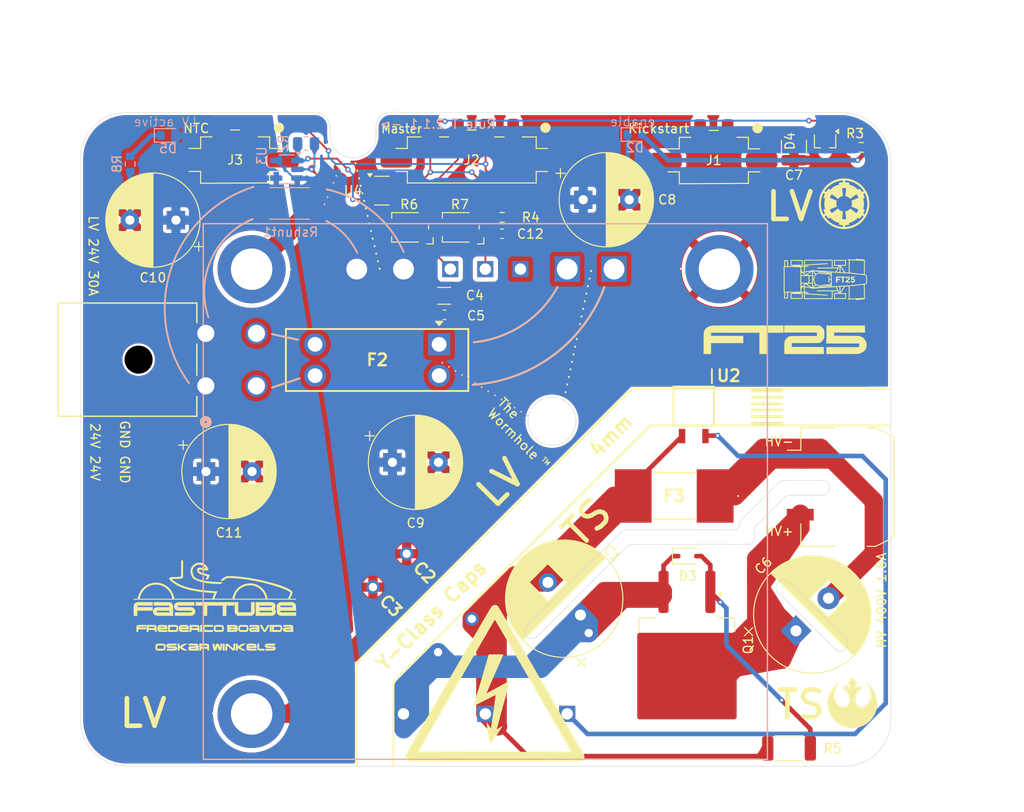
<source format=kicad_pcb>
(kicad_pcb
	(version 20240108)
	(generator "pcbnew")
	(generator_version "8.0")
	(general
		(thickness 1.6)
		(legacy_teardrops no)
	)
	(paper "A4")
	(layers
		(0 "F.Cu" mixed)
		(31 "B.Cu" mixed)
		(32 "B.Adhes" user "B.Adhesive")
		(33 "F.Adhes" user "F.Adhesive")
		(34 "B.Paste" user)
		(35 "F.Paste" user)
		(36 "B.SilkS" user "B.Silkscreen")
		(37 "F.SilkS" user "F.Silkscreen")
		(38 "B.Mask" user)
		(39 "F.Mask" user)
		(40 "Dwgs.User" user "User.Drawings")
		(41 "Cmts.User" user "User.Comments")
		(42 "Eco1.User" user "User.Eco1")
		(43 "Eco2.User" user "User.Eco2")
		(44 "Edge.Cuts" user)
		(45 "Margin" user)
		(46 "B.CrtYd" user "B.Courtyard")
		(47 "F.CrtYd" user "F.Courtyard")
		(48 "B.Fab" user)
		(49 "F.Fab" user)
		(50 "User.1" user)
		(51 "User.2" user)
		(52 "User.3" user)
		(53 "User.4" user)
		(54 "User.5" user)
		(55 "User.6" user)
		(56 "User.7" user)
		(57 "User.8" user)
		(58 "User.9" user)
	)
	(setup
		(stackup
			(layer "F.SilkS"
				(type "Top Silk Screen")
			)
			(layer "F.Paste"
				(type "Top Solder Paste")
			)
			(layer "F.Mask"
				(type "Top Solder Mask")
				(thickness 0.01)
			)
			(layer "F.Cu"
				(type "copper")
				(thickness 0.035)
			)
			(layer "dielectric 1"
				(type "core")
				(thickness 1.51)
				(material "FR4")
				(epsilon_r 4.5)
				(loss_tangent 0.02)
			)
			(layer "B.Cu"
				(type "copper")
				(thickness 0.035)
			)
			(layer "B.Mask"
				(type "Bottom Solder Mask")
				(thickness 0.01)
			)
			(layer "B.Paste"
				(type "Bottom Solder Paste")
			)
			(layer "B.SilkS"
				(type "Bottom Silk Screen")
			)
			(copper_finish "None")
			(dielectric_constraints no)
		)
		(pad_to_mask_clearance 0)
		(allow_soldermask_bridges_in_footprints no)
		(pcbplotparams
			(layerselection 0x00010fc_ffffffff)
			(plot_on_all_layers_selection 0x0000000_00000000)
			(disableapertmacros no)
			(usegerberextensions no)
			(usegerberattributes yes)
			(usegerberadvancedattributes yes)
			(creategerberjobfile yes)
			(dashed_line_dash_ratio 12.000000)
			(dashed_line_gap_ratio 3.000000)
			(svgprecision 4)
			(plotframeref no)
			(viasonmask no)
			(mode 1)
			(useauxorigin no)
			(hpglpennumber 1)
			(hpglpenspeed 20)
			(hpglpendiameter 15.000000)
			(pdf_front_fp_property_popups yes)
			(pdf_back_fp_property_popups yes)
			(dxfpolygonmode yes)
			(dxfimperialunits yes)
			(dxfusepcbnewfont yes)
			(psnegative no)
			(psa4output no)
			(plotreference yes)
			(plotvalue yes)
			(plotfptext yes)
			(plotinvisibletext no)
			(sketchpadsonfab no)
			(subtractmaskfromsilk no)
			(outputformat 1)
			(mirror no)
			(drillshape 1)
			(scaleselection 1)
			(outputdirectory "")
		)
	)
	(net 0 "")
	(net 1 "/-VIN")
	(net 2 "GND")
	(net 3 "Net-(D4-Pad3)")
	(net 4 "/+VIN")
	(net 5 "+3V3")
	(net 6 "/LV+")
	(net 7 "/3V_buttoncell")
	(net 8 "/TEMP_TSDCDC")
	(net 9 "/HV-in")
	(net 10 "/HV+in")
	(net 11 "/G")
	(net 12 "/~{EN}")
	(net 13 "/LV-")
	(net 14 "/LV_I_measure")
	(net 15 "/I_meas_weak")
	(net 16 "/+S")
	(net 17 "/TRM")
	(net 18 "Net-(D2-A)")
	(net 19 "Net-(D5-K)")
	(net 20 "Net-(U3-+)")
	(footprint "Capacitor_SMD:C_1210_3225Metric" (layer "F.Cu") (at 177.48 64.721001 -90))
	(footprint "Resistor_SMD:R_0603_1608Metric" (layer "F.Cu") (at 184.8 64.8))
	(footprint "footprints:VY1471M29Y5UC63V0" (layer "F.Cu") (at 131.762875 112.550234 -45))
	(footprint "footprints:rebellion" (layer "F.Cu") (at 183.84 125.12))
	(footprint "FaSTTUBe_connectors:Micro_Mate-N-Lok_2p_vertical" (layer "F.Cu") (at 168.783 66.21))
	(footprint "Potentiometer_SMD:Potentiometer_Bourns_TC33X_Vertical" (layer "F.Cu") (at 141.2 73.484177 180))
	(footprint "Capacitor_THT:CP_Radial_D12.5mm_P5.00mm" (layer "F.Cu") (at 154.3 115.584177 135))
	(footprint "Capacitor_THT:CP_Radial_D10.0mm_P5.00mm" (layer "F.Cu") (at 110.367678 72.7 180))
	(footprint "footprints:9775031360R" (layer "F.Cu") (at 118.59 78.03 180))
	(footprint "LOGO"
		(layer "F.Cu")
		(uuid "36ea3436-548e-4414-bac1-a7348850c228")
		(at 180.841828 79.130733)
		(property "Reference" "G***"
			(at 0 0 360)
			(layer "F.SilkS")
			(hide yes)
			(uuid "f973503b-fa37-47d9-b20f-d30676bb0e6c")
			(effects
				(font
					(size 1.5 1.5)
					(thickness 0.3)
				)
			)
		)
		(property "Value" "LOGO"
			(at 0.75 0 360)
			(layer "F.SilkS")
			(hide yes)
			(uuid "6387be7f-2b16-465c-8f89-140f5aa812b4")
			(effects
				(font
					(size 1.5 1.5)
					(thickness 0.3)
				)
			)
		)
		(property "Footprint" ""
			(at 0 0 360)
			(layer "F.Fab")
			(hide yes)
			(uuid "715f4f07-c5d3-4aaf-84cf-940e9c524073")
			(effects
				(font
					(size 1.27 1.27)
					(thickness 0.15)
				)
			)
		)
		(property "Datasheet" ""
			(at 0 0 360)
			(layer "F.Fab")
			(hide yes)
			(uuid "41393a24-4ba8-4af2-84c5-5556a5cd9241")
			(effects
				(font
					(size 1.27 1.27)
					(thickness 0.15)
				)
			)
		)
		(property "Description" ""
			(at 0 0 360)
			(layer "F.Fab")
			(hide yes)
			(uuid "47d9374d-4d87-4be0-875b-3451ee135b5f")
			(effects
				(font
					(size 1.27 1.27)
					(thickness 0.15)
				)
			)
		)
		(attr board_only exclude_from_pos_files exclude_from_bom)
		(fp_poly
			(pts
				(xy 2.210106 -0.240934) (xy 2.210106 -0.176067) (xy 2.115122 -0.176067) (xy 2.020138 -0.176067)
				(xy 2.020138 0.088034) (xy 2.020138 0.352134) (xy 1.948322 0.352134) (xy 1.876505 0.352134) (xy 1.876505 0.088034)
				(xy 1.876505 -0.176067) (xy 1.781521 -0.176067) (xy 1.686538 -0.176067) (xy 1.686538 -0.240935)
				(xy 1.686537 -0.305801) (xy 1.948322 -0.305801) (xy 2.210106 -0.305801)
			)
			(stroke
				(width 0)
				(type solid)
			)
			(fill solid)
			(layer "F.SilkS")
			(uuid "7df8e5e8-4ee8-444f-be4a-2fc6df64b466")
		)
		(fp_poly
			(pts
				(xy 1.644837 -0.238617) (xy 1.644837 -0.171435) (xy 1.49657 -0.171434) (xy 1.348303 -0.171434) (xy 1.348303 -0.10425)
				(xy 1.348303 -0.037067) (xy 1.484987 -0.037067) (xy 1.621671 -0.037067) (xy 1.621671 0.030116) (xy 1.621671 0.0973)
				(xy 1.484987 0.0973) (xy 1.348303 0.0973) (xy 1.348303 0.224717) (xy 1.348303 0.352134) (xy 1.27417 0.352134)
				(xy 1.200036 0.352134) (xy 1.200036 0.023167) (xy 1.200037 -0.305801) (xy 1.422437 -0.305801) (xy 1.644836 -0.305801)
			)
			(stroke
				(width 0)
				(type solid)
			)
			(fill solid)
			(layer "F.SilkS")
			(uuid "79488fa3-17fb-4e16-b5f3-2b64540a352f")
		)
		(fp_poly
			(pts
				(xy 2.532179 -0.312678) (xy 2.576155 -0.304473) (xy 2.614922 -0.2894) (xy 2.648 -0.267744) (xy 2.67491 -0.239793)
				(xy 2.695172 -0.205832) (xy 2.704208 -0.181813) (xy 2.708716 -0.159076) (xy 2.7108 -0.130942) (xy 2.71048 -0.100955)
				(xy 2.707773 -0.072656) (xy 2.703574 -0.052464) (xy 2.698715 -0.037255) (xy 2.692926 -0.02316) (xy 2.685517 -0.009402)
				(xy 2.675798 0.004797) (xy 2.663078 0.020215) (xy 2.646666 0.037632) (xy 2.625872 0.057823) (xy 2.600005 0.081568)
				(xy 2.568374 0.109644) (xy 2.53029 0.142829) (xy 2.529931 0.14314) (xy 2.430439 0.229351) (xy 2.575106 0.230575)
				(xy 2.719774 0.231799) (xy 2.719774 0.291967) (xy 2.719774 0.352134) (xy 2.490308 0.352134) (xy 2.260843 0.352134)
				(xy 2.262116 0.277056) (xy 2.263389 0.201979) (xy 2.356056 0.119177) (xy 2.402943 0.077122) (xy 2.443117 0.04073)
				(xy 2.476929 0.009665) (xy 2.504727 -0.016408) (xy 2.526863 -0.037827) (xy 2.543685 -0.054929) (xy 2.555544 -0.06805)
				(xy 2.562789 -0.077524) (xy 2.565176 -0.081851) (xy 2.5716 -0.10729) (xy 2.569746 -0.130812) (xy 2.56056 -0.15134)
				(xy 2.544994 -0.167801) (xy 2.523994 -0.179121) (xy 2.49851 -0.184225) (xy 2.475724 -0.18314) (xy 2.452963 -0.175273)
				(xy 2.433454 -0.159912) (xy 2.418912 -0.1387) (xy 2.413064 -0.123046) (xy 2.407173 -0.101018) (xy 2.367714 -0.103927)
				(xy 2.344598 -0.10571) (xy 2.320508 -0.107692) (xy 2.30031 -0.109471) (xy 2.298702 -0.109622) (xy 2.269145 -0.112408)
				(xy 2.272093 -0.14061) (xy 2.280459 -0.177948) (xy 2.296913 -0.213524) (xy 2.320278 -0.245457) (xy 2.349375 -0.271863)
				(xy 2.357833 -0.277654) (xy 2.388158 -0.29404) (xy 2.420755 -0.305158) (xy 2.458064 -0.31171) (xy 2.483473 -0.313727)
			)
			(stroke
				(width 0)
				(type solid)
			)
			(fill solid)
			(layer "F.SilkS")
			(uuid "c06ae400-d6b0-4739-b2a0-6d35249e5efc")
		)
		(fp_poly
			(pts
				(xy 3.243342 -0.245567) (xy 3.243342 -0.185334) (xy 3.111291 -0.185334) (xy 2.979241 -0.185333)
				(xy 2.979241 -0.135525) (xy 2.979241 -0.085718) (xy 3.035999 -0.085703) (xy 3.075658 -0.084189)
				(xy 3.108746 -0.079239) (xy 3.137528 -0.070212) (xy 3.16427 -0.05647) (xy 3.181956 -0.044466) (xy 3.203555 -0.026318)
				(xy 3.221029 -0.006004) (xy 3.236416 0.019128) (xy 3.246178 0.039116) (xy 3.254238 0.063529) (xy 3.259574 0.09369)
				(xy 3.261941 0.126422) (xy 3.261098 0.158544) (xy 3.257324 0.184609) (xy 3.244399 0.223685) (xy 3.224208 0.260227)
				(xy 3.198098 0.292412) (xy 3.167418 0.318418) (xy 3.150847 0.328502) (xy 3.111135 0.345164) (xy 3.066727 0.356095)
				(xy 3.020478 0.360938) (xy 2.975243 0.359334) (xy 2.945754 0.354196) (xy 2.903627 0.339619) (xy 2.867264 0.317857)
				(xy 2.836999 0.289211) (xy 2.813163 0.253981) (xy 2.79881 0.220868) (xy 2.79432 0.207035) (xy 2.791744 0.197519)
				(xy 2.791552 0.194601) (xy 2.796444 0.193609) (xy 2.808775 0.190877) (xy 2.826961 0.186759) (xy 2.849416 0.181613)
				(xy 2.863407 0.178384) (xy 2.887539 0.172819) (xy 2.908262 0.168078) (xy 2.924002 0.164518) (xy 2.933186 0.162495)
				(xy 2.934883 0.162167) (xy 2.937199 0.166065) (xy 2.941475 0.175947) (xy 2.943919 0.182163) (xy 2.957618 0.206359)
				(xy 2.976856 0.224378) (xy 2.999977 0.235881) (xy 3.025322 0.240528) (xy 3.051235 0.23798) (xy 3.076057 0.227898)
				(xy 3.095075 0.213134) (xy 3.111612 0.190456) (xy 3.120769 0.164235) (xy 3.12262 0.136431) (xy 3.117245 0.108995)
				(xy 3.10472 0.083886) (xy 3.089275 0.066498) (xy 3.070671 0.05315) (xy 3.049056 0.043822) (xy 3.022749 0.038071)
				(xy 2.990066 0.035457) (xy 2.969974 0.03519) (xy 2.940708 0.035905) (xy 2.915232 0.038169) (xy 2.889963 0.042519)
				(xy 2.861313 0.04949) (xy 2.845988 0.053732) (xy 2.835519 0.056704) (xy 2.838042 -0.086323) (xy 2.838768 -0.123978)
				(xy 2.83959 -0.160526) (xy 2.840463 -0.194417) (xy 2.841344 -0.224098) (xy 2.842188 -0.248021) (xy 2.842954 -0.264633)
				(xy 2.843135 -0.267576) (xy 2.845706 -0.305801) (xy 3.044525 -0.305801) (xy 3.243342 -0.305801)
			)
			(stroke
				(width 0)
				(type solid)
			)
			(fill solid)
			(layer "F.SilkS")
			(uuid "5a963cb9-9510-4127-9f96-127e7c222fca")
		)
		(fp_poly
			(pts
				(xy 3.38727 -2.232811) (xy 3.40086 -2.231479) (xy 3.422092 -2.229358) (xy 3.450178 -2.22653) (xy 3.484329 -2.223073)
				(xy 3.523759 -2.219069) (xy 3.567678 -2.214599) (xy 3.615297 -2.209743) (xy 3.66583 -2.204582) (xy 3.718489 -2.199197)
				(xy 3.772484 -2.193667) (xy 3.827029 -2.188075) (xy 3.881335 -2.182501) (xy 3.934614 -2.177024)
				(xy 3.986077 -2.171727) (xy 4.034939 -2.166689) (xy 4.080407 -2.161992) (xy 4.121698 -2.157716)
				(xy 4.158021 -2.153941) (xy 4.188587 -2.150748) (xy 4.200017 -2.149547) (xy 4.234253 -2.145885)
				(xy 4.265408 -2.142435) (xy 4.292316 -2.139335) (xy 4.31381 -2.136726) (xy 4.328722 -2.134745) (xy 4.335885 -2.133532)
				(xy 4.336334 -2.133359) (xy 4.336533 -2.128574) (xy 4.336655 -2.115023) (xy 4.336705 -2.093209)
				(xy 4.336684 -2.063633) (xy 4.336595 -2.026795) (xy 4.33644 -1.983198) (xy 4.336223 -1.933343) (xy 4.335944 -1.877731)
				(xy 4.335608 -1.816864) (xy 4.335216 -1.751243) (xy 4.33477 -1.681369) (xy 4.334273 -1.607743) (xy 4.333728 -1.530869)
				(xy 4.333136 -1.451244) (xy 4.332871 -1.416624) (xy 4.332241 -1.334602) (xy 4.331634 -1.254271)
				(xy 4.33105 -1.176204) (xy 4.330496 -1.10097) (xy 4.329976 -1.029142) (xy 4.329492 -0.961291) (xy 4.329052 -0.897987)
				(xy 4.328655 -0.839801) (xy 4.328308 -0.787305) (xy 4.328013 -0.741071) (xy 4.327776 -0.701668)
				(xy 4.327599 -0.669669) (xy 4.327487 -0.645643) (xy 4.327444 -0.630164) (xy 4.327444 -0.627586)
				(xy 4.327545 -0.55322) (xy 4.37377 -0.54809) (xy 4.419996 -0.542959) (xy 4.484971 -0.483626) (xy 4.505281 -0.464833)
				(xy 4.522986 -0.44798) (xy 4.537024 -0.434118) (xy 4.546333 -0.424295) (xy 4.54985 -0.419562) (xy 4.549855 -0.419489)
				(xy 4.550293 -0.414027) (xy 4.551582 -0.400285) (xy 4.55363 -0.379199) (xy 4.556344 -0.351708) (xy 4.55963 -0.31875)
				(xy 4.563396 -0.281261) (xy 4.567548 -0.240179) (xy 4.571355 -0.202709) (xy 4.592945 0.009267) (xy 4.571355 0.221242)
				(xy 4.566945 0.264663) (xy 4.562841 0.305296) (xy 4.559137 0.342206) (xy 4.555926 0.374453) (xy 4.553301 0.401102)
				(xy 4.551353 0.421213) (xy 4.550178 0.433849) (xy 4.549855 0.438022) (xy 4.546612 0.442512) (xy 4.537531 0.452137)
				(xy 4.523674 0.465847) (xy 4.506105 0.482593) (xy 4.485885 0.501324) (xy 4.484971 0.50216) (xy 4.419997 0.561493)
				(xy 4.373769 0.566623) (xy 4.327545 0.571753) (xy 4.327444 0.646119) (xy 4.327469 0.65926) (xy 4.327563 0.681097)
				(xy 4.327723 0.711058) (xy 4.327945 0.748571) (xy 4.328225 0.793067) (xy 4.328559 0.843974) (xy 4.328943 0.90072)
				(xy 4.329373 0.962734) (xy 4.329846 1.029446) (xy 4.330356 1.100286) (xy 4.330901 1.17468) (xy 4.331477 1.252059)
				(xy 4.332079 1.33185) (xy 4.332704 1.413485) (xy 4.332871 1.435157) (xy 4.333481 1.5158) (xy 4.334047 1.593906)
				(xy 4.334564 1.668978) (xy 4.335032 1.740512) (xy 4.335447 1.808006) (xy 4.335808 1.870958) (xy 4.336111 1.928869)
				(xy 4.336355 1.981237) (xy 4.336537 2.02756) (xy 4.336653 2.067337) (xy 4.336704 2.100067) (xy 4.336685 2.125248)
				(xy 4.336594 2.142379) (xy 4.336429 2.150958) (xy 4.336335 2.151893) (xy 4.331377 2.152884) (xy 4.318367 2.15468)
				(xy 4.298472 2.157138) (xy 4.272859 2.160123) (xy 4.242694 2.163495) (xy 4.209148 2.167117) (xy 4.200017 2.168082)
				(xy 4.172233 2.170992) (xy 4.138346 2.174521) (xy 4.099146 2.178586) (xy 4.055419 2.183108) (xy 4.007954 2.188005)
				(xy 3.957539 2.193199) (xy 3.904962 2.198607) (xy 3.851011 2.204148) (xy 3.796475 2.209742) (xy 3.742141 2.215309)
				(xy 3.688796 2.220768) (xy 3.63723 2.226037) (xy 3.588231 2.231037) (xy 3.542586 2.235687) (xy 3.501083 2.239906)
				(xy 3.464512 2.243614) (xy 3.433658 2.246729) (xy 3.409312 2.249172) (xy 3.39226 2.250859) (xy 3.383291 2.251715)
				(xy 3.382109 2.251806) (xy 3.380255 2.247528) (xy 3.378178 2.23608) (xy 3.376217 2.219545) (xy 3.37545 2.210835)
				(xy 3.3736 2.191763) (xy 3.371439 2.175942) (xy 3.369333 2.165869) (xy 3.368582 2.163999) (xy 3.368194 2.163123)
				(xy 3.367841 2.162336) (xy 3.367055 2.161657) (xy 3.365358 2.161104) (xy 3.362276 2.160697) (xy 3.357337 2.160453)
				(xy 3.350069 2.160392) (xy 3.339994 2.160532) (xy 3.32664 2.16089) (xy 3.309536 2.161487) (xy 3.288204 2.162341)
				(xy 3.26217 2.16347) (xy 3.230964 2.164892) (xy 3.19411 2.166627) (xy 3.151135 2.168692) (xy 3.101565 2.171107)
				(xy 3.044926 2.17389) (xy 2.980744 2.177059) (xy 2.908545 2.180634) (xy 2.827857 2.184632) (xy 2.773776 2.187311)
				(xy 2.723126 2.189773) (xy 2.675244 2.19201) (xy 2.630927 2.19399) (xy 2.590972 2.195683) (xy 2.556177 2.197057)
				(xy 2.52734 2.198081) (xy 2.505257 2.198724) (xy 2.490727 2.198954) (xy 2.484548 2.198738) (xy 2.484397 2.198675)
				(xy 2.482972 2.193086) (xy 2.4815 2.180449) (xy 2.480208 2.162975) (xy 2.479683 2.152716) (xy 2.477796 2.109587)
				(xy 2.502643 2.106603) (xy 2.520245 2.105084) (xy 2.542271 2.103995) (xy 2.563398 2.103579) (xy 2.599307 2.103539)
				(xy 2.599205 2.03983) (xy 2.599136 2.026958) (xy 2.59896 2.005475) (xy 2.598682 1.976034) (xy 2.598313 1.939289)
				(xy 2.597857 1.895895) (xy 2.597323 1.846507) (xy 2.596718 1.791777) (xy 2.596049 1.732363) (xy 2.595323 1.668916)
				(xy 2.594547 1.602089) (xy 2.593729 1.53254) (xy 2.592876 1.460921) (xy 2.592357 1.417804) (xy 2.591488 1.345622)
				(xy 2.590651 1.275356) (xy 2.589851 1.207638) (xy 2.589097 1.143098) (xy 2.588395 1.08237) (xy 2.587752 1.026085)
				(xy 2.587175 0.974875) (xy 2.586672 0.929372) (xy 2.58625 0.890208) (xy 2.585916 0.858015) (xy 2.585677 0.833425)
				(xy 2.585539 0.817069) (xy 2.585508 0.811266) (xy 2.585407 0.763045) (xy 2.477681 0.76615) (xy 2.420738 0.767807)
				(xy 2.372367 0.769264) (xy 2.331872 0.770562) (xy 2.298559 0.771745) (xy 2.271738 0.772854) (xy 2.250712 0.773931)
				(xy 2.234789 0.775018) (xy 2.223275 0.776158) (xy 2.215478 0.777392) (xy 2.210703 0.778764) (xy 2.208257 0.780313)
				(xy 2.207447 0.782084) (xy 2.207419 0.782564) (xy 2.204733 0.787317) (xy 2.196946 0.798996) (xy 2.184444 0.817061)
				(xy 2.167617 0.84097) (xy 2.146849 0.870183) (xy 2.122527 0.90416) (xy 2.09504 0.94236) (xy 2.064773 0.984242)
				(xy 2.032115 1.029266) (xy 1.99745 1.07689) (xy 1.961168 1.126575) (xy 1.960005 1.128165) (xy 1.923623 1.177986)
				(xy 1.888809 1.225823) (xy 1.855956 1.271128) (xy 1.825453 1.313354) (xy 1.797694 1.351955) (xy 1.773068 1.386383)
				(xy 1.751966 1.416092) (xy 1.734781 1.440534) (xy 1.721903 1.459162) (xy 1.713724 1.47143) (xy 1.710635 1.47679)
				(xy 1.710627 1.476824) (xy 1.708624 1.487304) (xy 2.003382 1.487304) (xy 2.298139 1.487304) (xy 2.298144 1.583446)
				(xy 2.298213 1.608384) (xy 2.298406 1.641116) (xy 2.29871 1.680174) (xy 2.299111 1.724089) (xy 2.299595 1.771389)
				(xy 2.300147 1.820606) (xy 2.300755 1.870268) (xy 2.301218 1.905463) (xy 2.304286 2.131339) (xy 1.647305 2.131339)
				(xy 0.990323 2.131339) (xy 0.993195 2.113964) (xy 0.993689 2.106417) (xy 0.994158 2.090423) (xy 0.994594 2.066805)
				(xy 0.99496 2.038672) (xy 1.08875 2.038672) (xy 1.647111 2.038672) (xy 2.205472 2.038672) (xy 2.205472 1.809321)
				(xy 2.205472 1.579971) (xy 1.656421 1.579199) (xy 1.585739 1.579096) (xy 1.517565 1.578991) (xy 1.452484 1.578885)
				(xy 1.391074 1.578779) (xy 1.333918 1.578675) (xy 1.281595 1.578571) (xy 1.234689 1.578472) (xy 1.193778 1.578378)
				(xy 1.159447 1.57829) (xy 1.132272 1.578209) (xy 1.112838 1.578137) (xy 1.101725 1.578074) (xy 1.099261 1.57804)
				(xy 1.097423 1.578408) (xy 1.095875 1.580202) (xy 1.094589 1.584173) (xy 1.093535 1.591074) (xy 1.092682 1.601656)
				(xy 1.091999 1.61667) (xy 1.091456 1.636869) (xy 1.091023 1.663004) (xy 1.090669 1.695827) (xy 1.090364 1.736087)
				(xy 1.090077 1.784539) (xy 1.089951 1.808163) (xy 1.08875 2.038672) (xy 0.99496 2.038672) (xy 0.99499 2.036382)
				(xy 0.995338 1.999975) (xy 0.995631 1.958404) (xy 0.995862 1.912492) (xy 0.996024 1.863057) (xy 0.996108 1.810921)
				(xy 0.996118 1.78963) (xy 0.996169 1.482671) (xy 1.242123 1.482671) (xy 1.291787 1.482595) (xy 1.337431 1.482378)
				(xy 1.378334 1.48203) (xy 1.413769 1.481564) (xy 1.443013 1.480992) (xy 1.465339 1.480327) (xy 1.480024 1.47958)
				(xy 1.486341 1.478764) (xy 1.486531 1.478558) (xy 1.484152 1.47334) (xy 1.478357 1.461039) (xy 1.469747 1.442919)
				(xy 1.458926 1.420247) (xy 1.446495 1.394288) (xy 1.441011 1.382862) (xy 1.397037 1.291279) (xy 1.283478 1.294298)
				(xy 1.249685 1.295057) (xy 1.208904 1.295746) (xy 1.163413 1.296342) (xy 1.11549 1.296818) (xy 1.067413 1.297151)
				(xy 1.021462 1.297314) (xy 1.006594 1.297327) (xy 0.843269 1.297337) (xy 0.843269 1.721288) (xy 0.843269 2.145239)
				(xy -0.708148 2.145239) (xy -2.259563 2.145239) (xy -2.262634 1.935978) (xy -2.263315 1.886185)
				(xy -2.263944 1.833688) (xy -2.264503 1.780411) (xy -2.264976 1.728276) (xy -2.265345 1.679207)
				(xy -2.265592 1.635127) (xy -2.265702 1.59796) (xy -2.265706 1.590794) (xy -2.265739 1.55167) (xy -2.265876 1.520834)
				(xy -2.266173 1.497306) (xy -2.266692 1.480108) (xy -2.26749 1.46826) (xy -2.268626 1.460783) (xy -2.270157 1.456697)
				(xy -2.272141 1.455025) (xy -2.273814 1.454766) (xy -2.280294 1.454537) (xy -2.294854 1.453935)
				(xy -2.316319 1.453013) (xy -2.343512 1.451821) (xy -2.37526 1.450411) (xy -2.410382 1.448834) (xy -2.43019 1.447939)
				(xy -2.468142 1.446262) (xy -2.504686 1.44473) (xy -2.538371 1.443397) (xy -2.567745 1.442318) (xy -2.591357 1.441547)
				(xy -2.607758 1.441142) (xy -2.612049 1.441093) (xy -2.64564 1.44097) (xy -2.64564 1.468771) (xy -2.645639 1.496571)
				(xy -2.525331 1.496571) (xy -2.405021 1.496571) (xy -2.403705 1.805846) (xy -2.403515 1.858546)
				(xy -2.403401 1.908502) (xy -2.40336 1.954946) (xy -2.40339 1.997109) (xy -2.403489 2.034222) (xy -2.403653 2.065515)
				(xy -2.403881 2.090221) (xy -2.404171 2.107569) (xy -2.404518 2.116791) (xy -2.404706 2.118106)
				(xy -2.409529 2.11848) (xy -2.423095 2.118886) (xy -2.44488 2.119321) (xy -2.474362 2.119778) (xy -2.511016 2.120253)
				(xy -2.554319 2.12074) (xy -2.603749 2.121235) (xy -2.658781 2.121732) (xy -2.718891 2.122227) (xy -2.783558 2.122715)
				(xy -2.852257 2.12319) (xy -2.924462 2.123648) (xy -2.999654 2.124083) (xy -3.0638 2.124423) (xy -3.720577 2.127757)
				(xy -3.720577 1.81448) (xy -3.720577 1.593871) (xy -3.62791 1.593871) (xy -3.62791 1.814711) (xy -3.62791 2.03555)
				(xy -3.411698 2.032478) (xy -3.369215 2.031948) (xy -3.31891 2.031448) (xy -3.262228 2.030984) (xy -3.200615 2.030565)
				(xy -3.135516 2.030198) (xy -3.068375 2.029891) (xy -3.000637 2.029653) (xy -2.933749 2.02949) (xy -2.869154 2.029412)
				(xy -2.846385 2.029405) (xy -2.497283 2.029405) (xy -2.498486 1.81048) (xy -2.49969 1.591554) (xy -2.537915 1.591676)
				(xy -2.547579 1.591701) (xy -2.565869 1.591743) (xy -2.592146 1.591801) (xy -2.62577 1.591872) (xy -2.666099 1.591957)
				(xy -2.712496 1.592053) (xy -2.764319 1.592159) (xy -2.820929 1.592274) (xy -2.881685 1.592396)
				(xy -2.945948 1.592525) (xy -3.013077 1.592659) (xy -3.082432 1.592796) (xy -3.102025 1.592834)
				(xy -3.62791 1.593871) (xy -3.720577 1.593871) (xy -3.720577 1.501204) (xy -3.654551 1.501183) (xy -3.624666 1.500936)
				(xy -3.592334 1.500279) (xy -3.561481 1.499312) (xy -3.536401 1.498158) (xy -3.484276 1.495155)
				(xy -3.484276 1.468063) (xy -3.484276 1.44097) (xy -3.740716 1.44097) (xy -3.997156 1.44097) (xy -4.000524 1.764101)
				(xy -4.001097 1.817922) (xy -4.001663 1.868962) (xy -4.002214 1.916476) (xy -4.002738 1.959718)
				(xy -4.003227 1.997942) (xy -4.00367 2.030405) (xy -4.004058 2.056359) (xy -4.004382 2.07506) (xy -4.004631 2.085762)
				(xy -4.004755 2.088096) (xy -4.009616 2.088576) (xy -4.02259 2.089168) (xy -4.042528 2.089847) (xy -4.068278 2.090589)
				(xy -4.098689 2.091373) (xy -4.132609 2.092176) (xy -4.168888 2.092974) (xy -4.206373 2.093745)
				(xy -4.243913 2.094466) (xy -4.28036 2.095114) (xy -4.314559 2.095667) (xy -4.34536 2.096101) (xy -4.371612 2.096393)
				(xy -4.392163 2.096521) (xy -4.405862 2.096463) (xy -4.411559 2.096194) (xy -4.41163 2.096166) (xy -4.412287 2.091243)
				(xy -4.412909 2.077802) (xy -4.413489 2.056593) (xy -4.414016 2.028365) (xy -4.414482 1.993867)
				(xy -4.414878 1.953848) (xy -4.415193 1.909058) (xy -4.415422 1.860246) (xy -4.415551 1.808161)
				(xy -4.415578 1.769665) (xy -4.415578 1.445919) (xy -4.322912 1.44592) (xy -4.322911 1.632667) (xy -4.32283 1.677998)
				(xy -4.322597 1.724363) (xy -4.322233 1.770035) (xy -4.321755 1.813286) (xy -4.321184 1.852391)
				(xy -4.320538 1.885623) (xy -4.319861 1.910511) (xy -4.31681 2.001605) (xy -4.27237 2.001588) (xy -4.250095 2.001348)
				(xy -4.222113 2.000707) (xy -4.191967 1.999762) (xy -4.163205 1.99861) (xy -4.162654 1.998585) (xy -4.09738 1.995599)
				(xy -4.094329 1.722449) (xy -4.093807 1.672987) (xy -4.093375 1.626306) (xy -4.093037 1.583227)
				(xy -4.092796 1.544568) (xy -4.092653 1.51115) (xy -4.092615 1.483793) (xy -4.092685 1.463316) (xy -4.092866 1.450539)
				(xy -4.09313 1.446294) (xy -4.09808 1.445515) (xy -4.111021 1.444917) (xy -4.130668 1.444519) (xy -4.155749 1.444338)
				(xy -4.184984 1.444394) (xy -4.208947 1.444604) (xy -4.322912 1.44592) (xy -4.415578 1.445919) (xy -4.415578 1.445604)
				(xy -4.44609 1.445604) (xy -4.476601 1.445603) (xy -4.472918 1.340195) (xy -4.472551 1.32484) (xy -4.472203 1.300703)
				(xy -4.471875 1.268271) (xy -4.471567 1.22803) (xy -4.471279 1.180464) (xy -4.47101 1.126058) (xy -4.470761 1.065302)
				(xy -4.470532 0.998677) (xy -4.470323 0.92667) (xy -4.470132 0.849767) (xy -4.469964 0.768454) (xy -4.469814 0.683216)
				(xy -4.469683 0.594538) (xy -4.469572 0.502907) (xy -4.469482 0.408808) (xy -4.469412 0.312726)
				(xy -4.469361 0.215146) (xy -4.469329 0.116557) (xy -4.469318 0.017441) (xy -4.469319 0.009267)
				(xy -4.376195 0.009267) (xy -4.376195 1.348304) (xy -3.921735 1.348303) (xy -3.84542 1.348265) (xy -3.763054 1.348156)
				(xy -3.676284 1.347978) (xy -3.586755 1.34774) (xy -3.496112 1.347448) (xy -3.4755 1.34737) (xy -2.566874 1.347369)
				(xy -2.510115 1.350271) (xy -2.485398 1.351507) (xy -2.454562 1.353009) (xy -2.420743 1.354622)
				(xy -2.387079 1.356201) (xy -2.369956 1.35699) (xy -2.342439 1.358262) (xy -2.317591 1.359435) (xy -2.297116 1.360426)
				(xy -2.28272 1.361153) (xy -2.27648 1.361507) (xy -2.266404 1.362204) (xy -2.268995 1.099261) (xy -2.269489 1.050816)
				(xy -2.269988 1.005216) (xy -2.270479 0.963292) (xy -2.270952 0.925869) (xy -2.271395 0.893779)
				(xy -2.271407 0.893007) (xy -2.176597 0.893007) (xy -2.176496 0.920555) (xy -2.176287 0.953996)
				(xy -2.175973 0.992488) (xy -2.175561 1.035186) (xy -2.175055 1.081248) (xy -2.174701 1.110891)
				(xy -2.17154 1.365972) (xy -2.129432 1.368977) (xy -2.067771 1.373609) (xy -2.010185 1.378392) (xy -1.957281 1.383255)
				(xy -1.909674 1.388125) (xy -1.867971 1.39293) (xy -1.832783 1.397595) (xy -1.80472 1.40205) (xy -1.784393 1.406223)
				(xy -1.772412 1.410037) (xy -1.769774 1.411753) (xy -1.769529 1.417538) (xy -1.771735 1.42998) (xy -1.775956 1.446925)
				(xy -1.778921 1.457187) (xy -1.785239 1.477077) (xy -1.790133 1.489488) (xy -1.794401 1.495928)
				(xy -1.798845 1.497914) (xy -1.800426 1.497857) (xy -1.808153 1.49683) (xy -1.823059 1.494741) (xy -1.843149 1.491874)
				(xy -1.866434 1.488511) (xy -1.871871 1.48772) (xy -1.897523 1.484335) (xy -1.929466 1.480654) (xy -1.964746 1.476986)
				(xy -2.000406 1.473642) (xy -2.027089 1.471419) (xy -2.057452 1.46905) (xy -2.086497 1.466764) (xy -2.112259 1.464717)
				(xy -2.132778 1.463064) (xy -2.146087 1.461962) (xy -2.146397 1.461935) (xy -2.173039 1.459646)
				(xy -2.173039 1.489692) (xy -2.172691 1.506113) (xy -2.171285 1.515262) (xy -2.168279 1.519122)
				(xy -2.164797 1.519737) (xy -2.158723 1.520031) (xy -2.144281 1.520874) (xy -2.12235 1.522213) (xy -2.093809 1.52399)
				(xy -2.059538 1.526152) (xy -2.020415 1.528643) (xy -1.977319 1.531407) (xy -1.93113 1.534389) (xy -1.906488 1.535988)
				(xy -1.854929 1.539338) (xy -1.80268 1.542728) (xy -1.751135 1.546071) (xy -1.701688 1.549275) (xy -1.655732 1.55225)
				(xy -1.614661 1.554907) (xy -1.579869 1.557154) (xy -1.552749 1.558901) (xy -1.549854 1.559087)
				(xy -1.519396 1.561047) (xy -1.481663 1.56348) (xy -1.438624 1.566258) (xy -1.392251 1.569254) (xy -1.344516 1.57234)
				(xy -1.297389 1.575391) (xy -1.264903 1.577495) (xy -1.217015 1.580596) (xy -1.16498 1.583963) (xy -1.111213 1.587439)
				(xy -1.058137 1.590868) (xy -1.008165 1.594093) (xy -0.963719 1.596959) (xy -0.942887 1.598301)
				(xy -0.897305 1.601236) (xy -0.845716 1.60456) (xy -0.791355 1.608063) (xy -0.737462 1.611537) (xy -0.687275 1.614773)
				(xy -0.655619 1.616816) (xy -0.610848 1.619703) (xy -0.559926 1.622982) (xy -0.505948 1.626455)
				(xy -0.452011 1.629924) (xy -0.401211 1.633186) (xy -0.363718 1.635592) (xy -0.328419 1.637861)
				(xy -0.285555 1.640625) (xy -0.236806 1.643776) (xy -0.183852 1.647202) (xy -0.128376 1.650799)
				(xy -0.072057 1.654455) (xy -0.016577 1.658062) (xy 0.031407 1.661186) (xy 0.078504 1.664246) (xy 0.122931 1.667115)
				(xy 0.163807 1.669738) (xy 0.200251 1.672059) (xy 0.231381 1.674022) (xy 0.256316 1.675572) (xy 0.274174 1.676652)
				(xy 0.284073 1.677206) (xy 0.285714 1.677271) (xy 0.289145 1.678355) (xy 0.291125 1.682707) (xy 0.291847 1.691981)
				(xy 0.291504 1.70783) (xy 0.290854 1.721421) (xy 0.289553 1.740799) (xy 0.287959 1.756543) (xy 0.286321 1.766454)
				(xy 0.285478 1.768637) (xy 0.280651 1.768608) (xy 0.266958 1.768) (xy 0.24478 1.766836) (xy 0.214499 1.765141)
				(xy 0.176497 1.762937) (xy 0.131153 1.76025) (xy 0.078851 1.757101) (xy 0.019972 1.753516) (xy -0.045106 1.749517)
				(xy -0.115998 1.745128) (xy -0.192324 1.740372) (xy -0.273703 1.735274) (xy -0.359753 1.729857)
				(xy -0.450093 1.724144) (xy -0.544342 1.718159) (xy -0.642118 1.711925) (xy -0.743041 1.705468)
				(xy -0.846728 1.698808) (xy -0.944155 1.692531) (xy -1.050013 1.6857) (xy -1.153439 1.679031) (xy -1.254052 1.67255)
				(xy -1.351472 1.666279) (xy -1.445319 1.660243) (xy -1.535212 1.654466) (xy -1.620772 1.648974)
				(xy -1.701618 1.643789) (xy -1.77737 1.638936) (xy -1.847648 1.634441) (xy -1.912071 1.630326) (xy -1.97026 1.626617)
				(xy -2.021834 1.623337) (xy -2.066412 1.620512) (xy -2.103615 1.618164) (xy -2.133063 1.61632) (xy -2.154375 1.615002)
				(xy -2.167171 1.614236) (xy -2.171095 1.614039) (xy -2.171128 1.618662) (xy -2.171074 1.631645)
				(xy -2.170943 1.652082) (xy -2.170742 1.679067) (xy -2.170476 1.711694) (xy -2.170155 1.749057)
				(xy -2.169782 1.790249) (xy -2.169374 1.833647) (xy -2.167282 2.052572) (xy -0.707684 2.052572)
				(xy 0.751913 2.052572) (xy 0.748501 1.676113) (xy 0.747965 1.617934) (xy 0.747438 1.562492) (xy 0.746927 1.510476)
				(xy 0.746439 1.462575) (xy 0.745982 1.419482) (xy 0.745565 1.381879) (xy 0.745193 1.350461) (xy 0.744876 1.325917)
				(xy 0.74462 1.308934) (xy 0.744433 1.300203) (xy 0.74437 1.299146) (xy 0.739738 1.29906) (xy 0.726314 1.298912)
				(xy 0.704572 1.298707) (xy 0.674985 1.29845) (xy 0.63803 1.298141) (xy 0.594179 1.297786) (xy 0.543907 1.297389)
				(xy 0.487688 1.296953) (xy 0.425996 1.296482) (xy 0.359306 1.295979) (xy 0.288092 1.295448) (xy 0.212828 1.294894)
				(xy 0.133988 1.294318) (xy 0.052047 1.293726) (xy -0.032522 1.293121) (xy -0.050967 1.292989) (xy -0.136082 1.292366)
				(xy -0.218697 1.291727) (xy -0.298338 1.291076) (xy -0.374525 1.29042) (xy -0.446785 1.289762) (xy -0.51464 1.289109)
				(xy -0.577615 1.288467) (xy -0.635234 1.287838) (xy -0.687017 1.287229) (xy -0.732492 1.286647)
				(xy -0.771182 1.286094) (xy -0.80261 1.285578) (xy -0.8263 1.285103) (xy -0.841774 1.284674) (xy -0.848559 1.284296)
				(xy -0.848834 1.284224) (xy -0.849966 1.278521) (xy -0.850313 1.265798) (xy -0.849853 1.248265)
				(xy -0.849272 1.23771) (xy -0.84646 1.194313) (xy -0.241371 1.198332) (xy -0.165921 1.198806) (xy -0.087571 1.199245)
				(xy -0.006827 1.199647) (xy 0.075804 1.200015) (xy 0.159817 1.200345) (xy 0.244705 1.200641) (xy 0.329962 1.2009)
				(xy 0.415083 1.201123) (xy 0.49956 1.201308) (xy 0.582888 1.201456) (xy 0.664561 1.201569) (xy 0.744073 1.201645)
				(xy 0.820918 1.20168) (xy 0.894589 1.201678) (xy 0.964581 1.20164) (xy 1.030387 1.201562) (xy 1.091501 1.201446)
				(xy 1.147417 1.20129) (xy 1.19763 1.201096) (xy 1.241632 1.200862) (xy 1.278919 1.200589) (xy 1.308983 1.200276)
				(xy 1.331319 1.199923) (xy 1.34542 1.19953) (xy 1.35078 1.199096) (xy 1.350806 1.199078) (xy 1.349214 1.19475)
				(xy 1.344123 1.183101) (xy 1.336024 1.165174) (xy 1.325408 1.142014) (xy 1.312764 1.114663) (xy 1.298583 1.084164)
				(xy 1.283355 1.051563) (xy 1.26757 1.0179) (xy 1.251718 0.984222) (xy 1.23629 0.951571) (xy 1.221776 0.920988)
				(xy 1.208665 0.893521) (xy 1.197449 0.87021) (xy 1.188618 0.852101) (xy 1.18266 0.840235) (xy 1.180095 0.835685)
				(xy 1.175226 0.835695) (xy 1.161554 0.836353) (xy 1.139522 0.83763) (xy 1.10957 0.839495) (xy 1.07214 0.84192)
				(xy 1.027672 0.844876) (xy 0.976607 0.848331) (xy 0.919386 0.852257) (xy 0.85645 0.856627) (xy 0.788239 0.861409)
				(xy 0.715194 0.866573) (xy 0.685735 0.868667) (xy 0.663095 0.870269) (xy 0.632355 0.872428) (xy 0.594658 0.875065)
				(xy 0.551149 0.8781) (xy 0.502971 0.881454) (xy 0.451269 0.885047) (xy 0.397186 0.888799) (xy 0.341867 0.89263)
				(xy 0.286456 0.896461) (xy 0.284951 0.896566) (xy 0.176937 0.90403) (xy 0.077696 0.910891) (xy -0.013246 0.917182)
				(xy -0.09636 0.922935) (xy -0.172119 0.928184) (xy -0.240997 0.932962) (xy -0.303464 0.9373) (xy -0.359995 0.941234)
				(xy -0.411061 0.944794) (xy -0.457135 0.948013) (xy -0.49869 0.950924) (xy -0.536198 0.953561) (xy -0.549051 0.954467)
				(xy -0.578891 0.956562) (xy -0.616558 0.95919) (xy -0.660642 0.962254) (xy -0.709728 0.965655) (xy -0.7624 0.969296)
				(xy -0.817245 0.973079) (xy -0.872847 0.976906) (xy -0.927792 0.980679) (xy -0.949836 0.98219) (xy -1.01286 0.986511)
				(xy -1.067275 0.990257) (xy -1.113708 0.993486) (xy -1.152795 0.996259) (xy -1.185167 0.998635)
				(xy -1.211458 1.000672) (xy -1.232301 1.002429) (xy -1.248327 1.003966) (xy -1.26017 1.005342) (xy -1.268462 1.006617)
				(xy -1.273837 1.007848) (xy -1.276926 1.009095) (xy -1.278363 1.010417) (xy -1.27878 1.011874) (xy -1.278804 1.012926)
				(xy -1.282603 1.018344) (xy -1.286912 1.019325) (xy -1.292531 1.018476) (xy -1.306619 1.016012)
				(xy -1.328539 1.012051) (xy -1.357656 1.006711) (xy -1.393335 1.000111) (xy -1.434941 0.992369)
				(xy -1.481838 0.983603) (xy -1.533392 0.973932) (xy -1.588967 0.963474) (xy -1.647926 0.952347)
				(xy -1.709637 0.94067) (xy -1.734781 0.935903) (xy -1.797241 0.924076) (xy -1.857088 0.912784) (xy -1.913699 0.902139)
				(xy -1.953465 0.894691) (xy -1.182718 0.894691) (xy -1.181463 0.896526) (xy -1.178384 0.896375)
				(xy -1.172445 0.895435) (xy -1.157826 0.893191) (xy -1.135011 0.889716) (xy -1.104486 0.885085)
				(xy -1.066734 0.879368) (xy -1.022239 0.87264) (xy -0.971486 0.864975) (xy -0.914959 0.856444) (xy -0.853143 0.847121)
				(xy -0.786521 0.837079) (xy -0.736248 0.829506) (xy 1.283437 0.829506) (xy 1.285371 0.83409) (xy 1.290948 0.846313)
				(xy 1.299823 0.865444) (xy 1.311656 0.890755) (xy 1.326103 0.921518) (xy 1.342822 0.957002) (xy 1.361471 0.99648)
				(xy 1.381708 1.039222) (xy 1.403189 1.0845) (xy 1.404312 1.086863) (xy 1.426648 1.133895) (xy 1.448401 1.179705)
				(xy 1.46914 1.223387) (xy 1.488433 1.264033) (xy 1.50585 1.300734) (xy 1.52096 1.332582) (xy 1.53333 1.358667)
				(xy 1.542531 1.378082) (xy 1.547623 1.388845) (xy 1.556963 1.407744) (xy 1.565324 1.423077) (xy 1.571732 1.433155)
				(xy 1.575015 1.436337) (xy 1.580188 1.435472) (xy 1.580479 1.435179) (xy 1.580745 1.430338) (xy 1.581201 1.417174)
				(xy 1.581825 1.396605) (xy 1.582595 1.369556) (xy 1.58344 1.338627) (xy 1.677952 1.338627) (xy 1.678207 1.349718)
				(xy 1.678783 1.352937) (xy 1.681828 1.348916) (xy 1.689917 1.337994) (xy 1.702623 1.320751) (xy 1.719521 1.297767)
				(xy 1.740185 1.269622) (xy 1.764191 1.236896) (xy 1.791111 1.200169) (xy 1.820521 1.160021) (xy 1.851995 1.117032)
				(xy 1.885108 1.071782) (xy 1.889579 1.065669) (xy 1.9228 1.020219) (xy 1.954356 0.976973) (xy 1.983829 0.936509)
				(xy 2.010802 0.899402) (xy 2.034857 0.866229) (xy 2.055579 0.837567) (xy 2.072549 0.813991) (xy 2.085351 0.796077)
				(xy 2.093565 0.784403) (xy 2.096777 0.779544) (xy 2.096803 0.77944) (xy 2.092053 0.779288) (xy 2.079195 0.779455)
				(xy 2.059383 0.779902) (xy 2.033769 0.780591) (xy 2.003504 0.78148) (xy 1.969743 0.782532) (xy 1.933637 0.783705)
				(xy 1.896338 0.784961) (xy 1.859 0.786261) (xy 1.822775 0.787565) (xy 1.788815 0.788832) (xy 1.758272 0.790024)
				(xy 1.7323 0.791103) (xy 1.712051 0.792025) (xy 1.698677 0.792754) (xy 1.693331 0.79325) (xy 1.693288 0.793274)
				(xy 1.692863 0.798069) (xy 1.692256 0.811168) (xy 1.691498 0.83161) (xy 1.690619 0.858433) (xy 1.68965 0.890677)
				(xy 1.688622 0.92738) (xy 1.687565 0.967583) (xy 1.686964 0.991606) (xy 1.685818 1.037429) (xy 1.684622 1.083742)
				(xy 1.683421 1.128973) (xy 1.682258 1.171551) (xy 1.681174 1.209907) (xy 1.680215 1.242468) (xy 1.67942 1.267665)
				(xy 1.679281 1.271853) (xy 1.678498 1.298287) (xy 1.678052 1.321014) (xy 1.677952 1.338627) (xy 1.58344 1.338627)
				(xy 1.583486 1.336946) (xy 1.584477 1.299698) (xy 1.585544 1.258732) (xy 1.586665 1.214971) (xy 1.587817 1.169336)
				(xy 1.588978 1.122747) (xy 1.590124 1.076128) (xy 1.591233 1.030398) (xy 1.592282 0.98648) (xy 1.593248 0.945295)
				(xy 1.594108 0.907765) (xy 1.594839 0.874811) (xy 1.59542 0.847353) (xy 1.595825 0.826315) (xy 1.596035 0.812617)
				(xy 1.596025 0.807181) (xy 1.596013 0.807129) (xy 1.591202 0.806917) (xy 1.578503 0.807354) (xy 1.559214 0.808346)
				(xy 1.534635 0.809802) (xy 1.506062 0.811628) (xy 1.474798 0.813732) (xy 1.442139 0.816019) (xy 1.409386 0.818398)
				(xy 1.377836 0.820775) (xy 1.348789 0.823057) (xy 1.323544 0.825151) (xy 1.303399 0.826965) (xy 1.289654 0.828405)
				(xy 1.283607 0.829379) (xy 1.283437 0.829506) (xy -0.736248 0.829506) (xy -0.715578 0.826391) (xy -0.714841 0.82628)
				(xy -0.081856 0.82628) (xy -0.08122 0.829034) (xy -0.078767 0.829369) (xy -0.074953 0.827674) (xy -0.075678 0.82628)
				(xy -0.081177 0.825725) (xy -0.081856 0.82628) (xy -0.714841 0.82628) (xy -0.698092 0.823757) (xy -0.055333 0.823758)
				(xy -0.054628 0.823962) (xy -0.053461 0.824142) (xy -0.053284 0.824173) (xy -0.048025 0.823996)
				(xy -0.034245 0.823225) (xy -0.012669 0.821909) (xy 0.01598 0.820095) (xy 0.050977 0.817829) (xy 0.0916 0.81516)
				(xy 0.137123 0.812133) (xy 0.186823 0.808798) (xy 0.239976 0.8052) (xy 0.295858 0.801388) (xy 0.301167 0.801024)
				(xy 0.35717 0.797173) (xy 0.410437 0.793485) (xy 0.460255 0.790012) (xy 0.505907 0.786803) (xy 0.546678 0.783911)
				(xy 0.581854 0.781386) (xy 0.610719 0.779279) (xy 0.632557 0.777641) (xy 0.646656 0.776524) (xy 0.652295 0.775979)
				(xy 0.652368 0.775957) (xy 0.652881 0.771144) (xy 0.652861 0.75965) (xy 0.652367 0.745275) (xy 0.650985 0.715685)
				(xy 0.308117 0.767524) (xy 0.241453 0.777602) (xy 0.18337 0.786385) (xy 0.13329 0.793962) (xy 0.090632 0.800424)
				(xy 0.054816 0.805864) (xy 0.025264 0.81037) (xy 0.001391 0.814035) (xy -0.017378 0.816949) (xy -0.031626 0.819203)
				(xy -0.041931 0.820888) (xy -0.048874 0.822095) (xy -0.053036 0.822915) (xy -0.054995 0.823439)
				(xy -0.055333 0.823758) (xy -0.698092 0.823757) (xy -0.640798 0.815131) (xy -0.562666 0.803369)
				(xy -0.481666 0.791184) (xy -0.398281 0.778643) (xy -0.396152 0.778323) (xy -0.312822 0.765789)
				(xy -0.231929 0.753612) (xy -0.153952 0.741866) (xy -0.07937 0.730622) (xy -0.008663 0.719953) (xy 0.057691 0.709931)
				(xy 0.119212 0.70063) (xy 0.175421 0.692122) (xy 0.225839 0.684478) (xy 0.269988 0.677773) (xy 0.307385 0.672078)
				(xy 0.337554 0.667466) (xy 0.360016 0.664009) (xy 0.37429 0.66178) (xy 0.379898 0.660851) (xy 0.379933 0.660843)
				(xy 0.379681 0.659793) (xy 0.371923 0.658943) (xy 0.361401 0.658553) (xy 0.351224 0.658321) (xy 0.332934 0.657854)
				(xy 0.307679 0.657181) (xy 0.276607 0.656335) (xy 0.24087 0.655346) (xy 0.201615 0.654247) (xy 0.159991 0.653069)
				(xy 0.14595 0.652668) (xy -0.035966 0.647471) (xy 0.463161 0.647471) (xy 0.464457 0.648002) (xy 0.468971 0.6478)
				(xy 0.477786 0.646748) (xy 0.491989 0.644728) (xy 0.51266 0.641622) (xy 0.540888 0.637315) (xy 0.557558 0.634768)
				(xy 0.585496 0.63052) (xy 0.610203 0.626796) (xy 0.630254 0.623808) (xy 0.644228 0.621767) (xy 0.650701 0.620886)
				(xy 0.65095 0.620868) (xy 0.651895 0.616547) (xy 0.652659 0.604829) (xy 0.653155 0.587586) (xy 0.653302 0.569902)
				(xy 0.653116 0.549421) (xy 0.652612 0.532869) (xy 0.651873 0.522117) (xy 0.651112 0.518935) (xy 0.646895 0.521416)
				(xy 0.636334 0.528274) (xy 0.620721 0.538634) (xy 0.601344 0.551622) (xy 0.579495 0.566359) (xy 0.556463 0.58197)
				(xy 0.533539 0.59758) (xy 0.512012 0.612312) (xy 0.493174 0.625292) (xy 0.478313 0.635642) (xy 0.468721 0.642488)
				(xy 0.465883 0.644679) (xy 0.463998 0.646325) (xy 0.463161 0.647471) (xy -0.035966 0.647471) (xy -0.044017 0.647241)
				(xy -0.342868 0.713284) (xy -0.641718 0.779327) (xy -0.79171 0.701927) (xy -0.941701 0.624528) (xy -0.952061 0.63544)
				(xy -0.958763 0.642655) (xy -0.970295 0.655237) (xy -0.985283 0.671674) (xy -1.002345 0.690454)
				(xy -1.010663 0.699635) (xy -1.029669 0.720613) (xy -1.052872 0.746197) (xy -1.078235 0.774147)
				(xy -1.10372 0.802214) (xy -1.125194 0.825849) (xy -1.147108 0.850096) (xy -1.163247 0.868347) (xy -1.174181 0.881358)
				(xy -1.180482 0.889888) (xy -1.182718 0.894691) (xy -1.953465 0.894691) (xy -1.966451 0.892259)
				(xy -2.014719 0.883261) (xy -2.057883 0.875255) (xy -2.095319 0.868362) (xy -2.126404 0.862694)
				(xy -2.150514 0.858368) (xy -2.167027 0.855498) (xy -2.175319 0.854201) (xy -2.1762 0.854152) (xy -2.176454 0.858961)
				(xy -2.176585 0.872194) (xy -2.176597 0.893007) (xy -2.271407 0.893007) (xy -2.271795 0.867849)
				(xy -2.272146 0.848908) (xy -2.272431 0.837785) (xy -2.272596 0.835072) (xy -2.277392 0.833628)
				(xy -2.289081 0.831061) (xy -2.305417 0.827789) (xy -2.324157 0.82423) (xy -2.343055 0.820802) (xy -2.359866 0.817926)
				(xy -2.372344 0.816017) (xy -2.377783 0.815469) (xy -2.382814 0.819107) (xy -2.392881 0.829655)
				(xy -2.407524 0.846565) (xy -2.426279 0.869288) (xy -2.448687 0.897275) (xy -2.474284 0.929976)
				(xy -2.476209 0.932461) (xy -2.566789 1.049453) (xy -2.566831 1.198412) (xy -2.566874 1.347369)
				(xy -3.4755 1.34737) (xy -3.406 1.347107) (xy -3.318066 1.346724) (xy -3.233955 1.346302) (xy -3.155312 1.345851)
				(xy -3.083782 1.345375) (xy -3.063408 1.345223) (xy -2.65954 1.342143) (xy -2.65954 1.193095) (xy -2.659611 1.156856)
				(xy -2.659812 1.123653) (xy -2.660124 1.094605) (xy -2.660532 1.070826) (xy -2.661017 1.053434)
				(xy -2.661562 1.043545) (xy -2.661898 1.041688) (xy -2.662145 1.036887) (xy -2.662378 1.023326)
				(xy -2.662596 1.001515) (xy -2.662801 0.97196) (xy -2.662992 0.935172) (xy -2.663169 0.891656) (xy -2.663333 0.841922)
				(xy -2.663387 0.821797) (xy -2.566931 0.821797) (xy -2.566874 0.839408) (xy -2.566709 0.860783)
				(xy -2.566259 0.878075) (xy -2.565592 0.889598) (xy -2.564775 0.893659) (xy -2.564714 0.89362) (xy -2.561236 0.889331)
				(xy -2.553244 0.879122) (xy -2.541861 0.864434) (xy -2.528206 0.846706) (xy -2.52539 0.843039) (xy -2.488226 0.794619)
				(xy -2.517125 0.789043) (xy -2.537582 0.785026) (xy -2.55152 0.783122) (xy -2.560182 0.78459) (xy -2.56481 0.790688)
				(xy -2.566646 0.80267) (xy -2.566931 0.821797) (xy -2.663387 0.821797) (xy -2.663482 0.786477) (xy -2.663609 0.729562)
				(xy -2.298883 0.729562) (xy -2.297915 0.732277) (xy -2.293989 0.733811) (xy -2.293506 0.733928)
				(xy -2.287109 0.735232) (xy -2.272369 0.738108) (xy -2.250048 0.742409) (xy -2.220911 0.747991)
				(xy -2.185719 0.754708) (xy -2.145236 0.762415) (xy -2.100225 0.770966) (xy -2.051449 0.780215)
				(xy -1.999671 0.790016) (xy -1.962222 0.797097) (xy -1.907812 0.807388) (xy -1.855122 0.817375)
				(xy -1.805011 0.826891) (xy -1.75834 0.835776) (xy -1.715968 0.843863) (xy -1.678754 0.850987) (xy -1.647558 0.856987)
				(xy -1.623239 0.861696) (xy -1.606655 0.864951) (xy -1.60082 0.866128) (xy -1.578228 0.87078) (xy -1.563695 0.873557)
				(xy -1.556196 0.874421) (xy -1.55471 0.873335) (xy -1.558213 0.87026) (xy -1.565681 0.865158) (xy -1.566154 0.86484)
				(xy -1.572816 0.860528) (xy -1.586621 0.851735) (xy -1.606862 0.838906) (xy -1.632833 0.822486)
				(xy -1.663829 0.802921) (xy -1.699143 0.780656) (xy -1.73807 0.756138) (xy -1.779903 0.729811) (xy -1.823937 0.702122)
				(xy -1.838454 0.692997) (xy -2.094621 0.532016) (xy -2.152576 0.586868) (xy -2.176489 0.609499)
				(xy -2.202621 0.634227) (xy -2.228311 0.658535) (xy -2.250897 0.679904) (xy -2.25781 0.686443) (xy -2.276358 0.704107)
				(xy -2.288874 0.7165) (xy -2.296125 0.724644) (xy -2.298883 0.729562) (xy -2.663609 0.729562) (xy -2.663617 0.72583)
				(xy -2.663693 0.68487) (xy -2.571673 0.68487) (xy -2.540314 0.690127) (xy -2.519302 0.69366) (xy -2.49457 0.697834)
				(xy -2.47189 0.701674) (xy -2.453075 0.704574) (xy -2.436731 0.706572) (xy -2.425863 0.707313) (xy -2.424555 0.707275)
				(xy -2.418158 0.703798) (xy -2.405527 0.693951) (xy -2.386929 0.677972) (xy -2.36263 0.656097) (xy -2.332897 0.62856)
				(xy -2.297994 0.595599) (xy -2.29112 0.589048) (xy -2.263177 0.562299) (xy -2.237544 0.537598) (xy -2.214949 0.515664)
				(xy -2.208715 0.509553) (xy -1.950607 0.509553) (xy -1.9468 0.512291) (xy -1.935888 0.519472) (xy -1.918621 0.530621)
				(xy -1.89575 0.545269) (xy -1.868026 0.56294) (xy -1.8362 0.583162) (xy -1.801021 0.605462) (xy -1.763241 0.629367)
				(xy -1.723609 0.654404) (xy -1.682877 0.6801) (xy -1.641795 0.705983) (xy -1.601114 0.731579) (xy -1.561583 0.756416)
				(xy -1.523955 0.780021) (xy -1.488978 0.801921) (xy -1.457405 0.821641) (xy -1.429984 0.838711)
				(xy -1.407468 0.852657) (xy -1.390606 0.863005) (xy -1.380149 0.869285) (xy -1.376851 0.871069)
				(xy -1.376472 0.866591) (xy -1.376257 0.853775) (xy -1.376205 0.833549) (xy -1.376307 0.806839)
				(xy -1.376558 0.774573) (xy -1.376955 0.737678) (xy -1.377492 0.697081) (xy -1.377998 0.663817)
				(xy -1.378705 0.620969) (xy -1.379398 0.581082) (xy -1.38006 0.545089) (xy -1.380671 0.51392) (xy -1.381212 0.488508)
				(xy -1.381664 0.469782) (xy -1.382011 0.458676) (xy -1.382191 0.455901) (xy -1.386851 0.456086)
				(xy -1.398951 0.457069) (xy -1.416719 0.458694) (xy -1.438379 0.460807) (xy -1.44097 0.461066) (xy -1.457491 0.462673)
				(xy -1.48203 0.464986) (xy -1.513376 0.467892) (xy -1.550318 0.471282) (xy -1.591642 0.475044) (xy -1.636139 0.479068)
				(xy -1.682595 0.483242) (xy -1.724763 0.487008) (xy -1.769444 0.491035) (xy -1.811188 0.49489) (xy -1.849114 0.498486)
				(xy -1.882336 0.501734) (xy -1.909972 0.504545) (xy -1.93114 0.506833) (xy -1.944954 0.508509) (xy -1.950533 0.509483)
				(xy -1.950607 0.509553) (xy -2.208715 0.509553) (xy -2.196125 0.497211) (xy -2.1818 0.482955) (xy -2.172706 0.473613)
				(xy -2.169573 0.469902) (xy -2.169584 0.469879) (xy -2.174411 0.469525) (xy -2.187548 0.469178)
				(xy -2.208039 0.468848) (xy -2.234926 0.468543) (xy -2.26725 0.468275) (xy -2.304057 0.468053) (xy -2.344389 0.467886)
				(xy -2.370201 0.467817) (xy -2.56919 0.467385) (xy -2.570431 0.576127) (xy -2.571673 0.68487) (xy -2.663693 0.68487)
				(xy -2.663738 0.660488) (xy -2.663846 0.59096) (xy -2.66394 0.517753) (xy -2.66402 0.441375) (xy -2.664086 0.362335)
				(xy -2.664138 0.28114) (xy -2.664175 0.198299) (xy -2.6642 0.114319) (xy -2.66421 0.029708) (xy -2.664207 -0.055024)
				(xy -2.664189 -0.139372) (xy -2.664158 -0.222825) (xy -2.664113 -0.304878) (xy -2.664079 -0.350676)
				(xy -2.571507 -0.350675) (xy -2.571507 0.009953) (xy -2.571507 0.370583) (xy -2.336365 0.371827)
				(xy -2.283394 0.372113) (xy -2.227372 0.372428) (xy -2.170154 0.372758) (xy -2.1136 0.373095) (xy -2.059564 0.373425)
				(xy -2.009905 0.373739) (xy -1.96648 0.374025) (xy -1.943035 0.374186) (xy -1.784851 0.375301) (xy -1.781479 0.285374)
				(xy -1.780911 0.265127) (xy -1.780452 0.238243) (xy -1.780098 0.20563) (xy -1.779843 0.168198) (xy -1.779684 0.126856)
				(xy -1.779616 0.082512) (xy -1.779634 0.036074) (xy -1.77969 0.009267) (xy -1.686538 0.009267) (xy -1.686538 0.3753)
				(xy -1.606613 0.375163) (xy -1.573414 0.374667) (xy -1.536917 0.373396) (xy -1.500872 0.371526)
				(xy -1.469022 0.369229) (xy -1.459504 0.368351) (xy -1.435295 0.365969) (xy -1.414257 0.363943)
				(xy -1.398169 0.362441) (xy -1.388809 0.361631) (xy -1.387351 0.361539) (xy -1.386326 0.358071)
				(xy -1.385428 0.347555) (xy -1.384654 0.329734) (xy -1.384 0.30435) (xy -1.383461 0.271147) (xy -1.383036 0.229865)
				(xy -1.38272 0.180248) (xy -1.382509 0.122039) (xy -1.382399 0.054979) (xy -1.382385 0.018838) (xy -1.286957 0.018837)
				(xy -1.286947 0.094028) (xy -1.286884 0.168831) (xy -1.286771 0.242676) (xy -1.286609 0.314991)
				(xy -1.286398 0.385207) (xy -1.28614 0.452752) (xy -1.285835 0.517055) (xy -1.285488 0.577547) (xy -1.285097 0.633656)
				(xy -1.284662 0.684811) (xy -1.284186 0.730441) (xy -1.283671 0.769976) (xy -1.283117 0.802846)
				(xy -1.282525 0.828479) (xy -1.281897 0.846304) (xy -1.281234 0.855751) (xy -1.28085 0.857169) (xy -1.27761 0.853858)
				(xy -1.268878 0.844447) (xy -1.255369 0.829718) (xy -1.237797 0.810454) (xy -1.216877 0.787438)
				(xy -1.193321 0.761451) (xy -1.171985 0.73786) (xy -1.145814 0.708926) (xy -1.120848 0.681378) (xy -1.09796 0.65618)
				(xy -1.078025 0.63429) (xy -1.061919 0.616671) (xy -1.050516 0.604284) (xy -1.045723 0.599159) (xy -1.027261 0.579766)
				(xy -1.066709 0.560202) (xy -1.106158 0.540637) (xy -1.155745 0.389627) (xy -1.169744 0.347011)
				(xy -1.184856 0.301041) (xy -1.20031 0.254053) (xy -1.215338 0.208385) (xy -1.229172 0.166372) (xy -1.241043 0.130349)
				(xy -1.243157 0.123942) (xy -1.280981 0.009267) (xy -1.181919 0.009267) (xy -1.105356 0.242092)
				(xy -1.028794 0.474918) (xy -0.828306 0.57788) (xy -0.788293 0.598318) (xy -0.750658 0.617325) (xy -0.716228 0.6345)
				(xy -0.685826 0.649443) (xy -0.66028 0.661749) (xy -0.640412 0.671021) (xy -0.627048 0.676855) (xy -0.621014 0.678849)
				(xy -0.620868 0.67883) (xy -0.615222 0.677504) (xy -0.601316 0.67437) (xy -0.579943 0.669601) (xy -0.551894 0.663374)
				(xy -0.517962 0.655863) (xy -0.478939 0.647245) (xy -0.435616 0.637694) (xy -0.388787 0.627386)
				(xy -0.339242 0.616495) (xy -0.331284 0.614748) (xy -0.04865 0.552678) (xy 0.141317 0.558648) (xy 0.184285 0.559974)
				(xy 0.225962 0.561214) (xy 0.265073 0.562334) (xy 0.300345 0.563298) (xy 0.330503 0.564073) (xy 0.354274 0.564623)
				(xy 0.370385 0.564915) (xy 0.373136 0.564944) (xy 0.414988 0.565268) (xy 0.532987 0.484806) (xy 0.650985 0.404343)
				(xy 0.650819 0.378239) (xy 0.650747 0.367149) (xy 0.650622 0.348161) (xy 0.650453 0.322645) (xy 0.650249 0.291969)
				(xy 0.65002 0.257506) (xy 0.649773 0.22062) (xy 0.649661 0.203867) (xy 0.649048 0.11239) (xy 0.74401 0.11239)
				(xy 0.744036 0.183306) (xy 0.744117 0.252672) (xy 0.744255 0.319886) (xy 0.74445 0.384347) (xy 0.744705 0.445455)
				(xy 0.745018 0.502607) (xy 0.745393 0.555205) (xy 0.745828 0.602644) (xy 0.746327 0.644328) (xy 0.746888 0.679652)
				(xy 0.747513 0.708017) (xy 0.748204 0.728822) (xy 0.748901 0.740802) (xy 0.751473 0.770385) (xy 0.782313 0.767729)
				(xy 0.791641 0.767011) (xy 0.809464 0.765722) (xy 0.835033 0.763916) (xy 0.867597 0.761642) (xy 0.871885 0.761345)
				(xy 2.679697 0.761345) (xy 2.679715 0.774654) (xy 2.679829 0.795967) (xy 2.680031 0.824652) (xy 2.680315 0.860078)
				(xy 2.680674 0.901614) (xy 2.681101 0.948628) (xy 2.68159 1.000489) (xy 2.682134 1.056567) (xy 2.682725 1.116229)
				(xy 2.683358 1.178844) (xy 2.684025 1.243782) (xy 2.68472 1.310411) (xy 2.685436 1.378099) (xy 2.686165 1.446217)
				(xy 2.686902 1.51413) (xy 2.68764 1.58121) (xy 2.688371 1.646824) (xy 2.689089 1.710341) (xy 2.689788 1.771132)
				(xy 2.69046 1.828563) (xy 2.691098 1.882004) (xy 2.691697 1.930822) (xy 2.692248 1.974388) (xy 2.692746 2.01207)
				(xy 2.693184 2.043236) (xy 2.693554 2.067256) (xy 2.69385 2.083496) (xy 2.694065 2.09133) (xy 2.694116 2.091956)
				(xy 2.699164 2.094214) (xy 2.711424 2.095302) (xy 2.727283 2.095108) (xy 2.735419 2.094717) (xy 2.752293 2.093896)
				(xy 2.777385 2.092669) (xy 2.810179 2.091063) (xy 2.850155 2.089102) (xy 2.896796 2.086812) (xy 2.949582 2.084219)
				(xy 3.007997 2.081348) (xy 3.071521 2.078225) (xy 3.139637 2.074875) (xy 3.211827 2.071323) (xy 3.287571 2.067595)
				(xy 3.366352 2.063717) (xy 3.447652 2.059714) (xy 3.499847 2.057143) (xy 3.581895 2.053093) (xy 3.661406 2.049152)
				(xy 3.737889 2.045344) (xy 3.810854 2.041695) (xy 3.87981 2.03823) (xy 3.944268 2.034975) (xy 4.003735 2.031953)
				(xy 4.057722 2.02919) (xy 4.105739 2.026712) (xy 4.147295 2.024542) (xy 4.1819 2.022708) (xy 4.209061 2.021232)
				(xy 4.22829 2.020141) (xy 4.239096 2.019459) (xy 4.241386 2.01924) (xy 4.241524 2.014405) (xy 4.241573 2.000921)
				(xy 4.241538 1.979398) (xy 4.241425 1.950443) (xy 4.24124 1.914669) (xy 4.240987 1.872682) (xy 4.240672 1.825094)
				(xy 4.2403 1.772513) (xy 4.239877 1.715549) (xy 4.239409 1.654811) (xy 4.238899 1.590909) (xy 4.238357 1.524453)
				(xy 4.237784 1.456051) (xy 4.237186 1.386313) (xy 4.236569 1.315848) (xy 4.235942 1.245266) (xy 4.235303 1.175177)
				(xy 4.234662 1.10619) (xy 4.234026 1.038915) (xy 4.233398 0.973958) (xy 4.232784 0.911933) (xy 4.232187 0.853447)
				(xy 4.231615 0.799111) (xy 4.231074 0.749533) (xy 4.230568 0.705322) (xy 4.230102 0.667089) (xy 4.229683 0.635444)
				(xy 4.229315 0.610993) (xy 4.229004 0.594349) (xy 4.228755 0.586119) (xy 4.228675 0.585321) (xy 4.223996 0.585655)
				(xy 4.210689 0.586955) (xy 4.189334 0.589158) (xy 4.160513 0.592198) (xy 4.124806 0.596013) (xy 4.082794 0.600536)
				(xy 4.035057 0.605705) (xy 3.982176 0.611455) (xy 3.924734 0.617721) (xy 3.863309 0.62444) (xy 3.798484 0.631549)
				(xy 3.730838 0.63898) (xy 3.660952 0.64667) (xy 3.589408 0.654558) (xy 3.516786 0.662576) (xy 3.443667 0.67066)
				(xy 3.370632 0.678748) (xy 3.298262 0.686774) (xy 3.227137 0.694674) (xy 3.157838 0.702384) (xy 3.090948 0.709839)
				(xy 3.027043 0.716976) (xy 2.966708 0.723731) (xy 2.910522 0.730038) (xy 2.859067 0.735834) (xy 2.812923 0.741054)
				(xy 2.772671 0.745633) (xy 2.738891 0.749511) (xy 2.712165 0.752619) (xy 2.693074 0.754894) (xy 2.682197 0.756272)
				(xy 2.679781 0.756671) (xy 2.679697 0.761345) (xy 0.871885 0.761345) (xy 0.906406 0.758954) (xy 0.950707 0.755902)
				(xy 0.999753 0.75254) (xy 1.052792 0.748917) (xy 1.109075 0.745088) (xy 1.167851 0.7411) (xy 1.200036 0.738922)
				(xy 1.259156 0.734889) (xy 1.315691 0.73096) (xy 1.368945 0.727188) (xy 1.418226 0.723625) (xy 1.462841 0.720324)
				(xy 1.502096 0.717337) (xy 1.535298 0.714716) (xy 1.561754 0.712514) (xy 1.580771 0.710784) (xy 1.591655 0.709577)
				(xy 1.594003 0.709122) (xy 1.599713 0.707473) (xy 1.610689 0.705799) (xy 1.627258 0.704086) (xy 1.649748 0.702318)
				(xy 1.678484 0.700479) (xy 1.713794 0.698554) (xy 1.756006 0.696528) (xy 1.805446 0.694385) (xy 1.862442 0.692108)
				(xy 1.927321 0.689683) (xy 2.00041 0.687095) (xy 2.082036 0.684327) (xy 2.172526 0.681365) (xy 2.193889 0.680678)
				(xy 2.629423 0.666718) (xy 3.500427 0.569625) (xy 3.589382 0.5597) (xy 3.675908 0.550028) (xy 3.759552 0.540662)
				(xy 3.83986 0.531652) (xy 3.91638 0.52305) (xy 3.988658 0.514907) (xy 4.056242 0.507275) (xy 4.118679 0.500204)
				(xy 4.175512 0.493747) (xy 4.226293 0.487954) (xy 4.270566 0.482878) (xy 4.307879 0.478569) (xy 4.337779 0.47508)
				(xy 4.359813 0.472459) (xy 4.373525 0.470761) (xy 4.378446 0.470045) (xy 4.384581 0.465986) (xy 4.395679 0.456957)
				(xy 4.410016 0.444408) (xy 4.421995 0.433428) (xy 4.458531 0.399298) (xy 4.478575 0.204283) (xy 4.498618 0.009267)
				(xy 4.478575 -0.185749) (xy 4.458531 -0.380765) (xy 4.421995 -0.414895) (xy 4.40635 -0.429149) (xy 4.392637 -0.440981)
				(xy 4.38258 -0.448942) (xy 4.378445 -0.451511) (xy 4.373191 -0.452271) (xy 4.35918 -0.454002) (xy 4.336864 -0.456652)
				(xy 4.306698 -0.460173) (xy 4.269135 -0.464509) (xy 4.224626 -0.469611) (xy 4.173627 -0.475427)
				(xy 4.116589 -0.481907) (xy 4.053966 -0.488998) (xy 3.986211 -0.49665) (xy 3.913777 -0.50481) (xy 3.837117 -0.513427)
				(xy 3.756684 -0.52245) (xy 3.672932 -0.531828) (xy 3.586314 -0.541509) (xy 3.500427 -0.551091) (xy 2.629423 -0.648184)
				(xy 2.193889 -0.662145) (xy 2.101383 -0.665152) (xy 2.017818 -0.667962) (xy 1.942859 -0.670588)
				(xy 1.876184 -0.673048) (xy 1.817465 -0.675356) (xy 1.766373 -0.677528) (xy 1.722583 -0.679579)
				(xy 1.685767 -0.681525) (xy 1.655596 -0.683382) (xy 1.631745 -0.685164) (xy 1.613886 -0.686888)
				(xy 1.601692 -0.688569) (xy 1.594836 -0.690223) (xy 1.594002 -0.690589) (xy 1.588352 -0.691485)
				(xy 1.574316 -0.692907) (xy 1.552688 -0.694801) (xy 1.524267 -0.697113) (xy 1.489845 -0.699789)
				(xy 1.45022 -0.702774) (xy 1.406186 -0.706014) (xy 1.35854 -0.709454) (xy 1.308077 -0.713041) (xy 1.255593 -0.71672)
				(xy 1.201883 -0.720436) (xy 1.147744 -0.724136) (xy 1.09397 -0.727765) (xy 1.041358 -0.731269) (xy 0.990703 -0.734592)
				(xy 0.942801 -0.737682) (xy 0.898448 -0.740484) (xy 0.858438 -0.742943) (xy 0.823569 -0.745005)
				(xy 0.794635 -0.746616) (xy 0.772431 -0.747721) (xy 0.757756 -0.748267) (xy 0.751402 -0.748197)
				(xy 0.751213 -0.748129) (xy 0.750433 -0.742796) (xy 0.749692 -0.728798) (xy 0.748992 -0.706736)
				(xy 0.748334 -0.677209) (xy 0.747719 -0.64082) (xy 0.747147 -0.59817) (xy 0.746621 -0.549858) (xy 0.746139 -0.496487)
				(xy 0.745704 -0.438656) (xy 0.745317 -0.376968) (xy 0.744978 -0.312024) (xy 0.744687 -0.244422)
				(xy 0.744448 -0.174765) (xy 0.74426 -0.103655) (xy 0.744123 -0.031692) (xy 0.74404 0.040523) (xy 0.74401 0.11239)
				(xy 0.649048 0.11239) (xy 0.648668 0.055601) (xy 0.572218 0.0556) (xy 0.495768 0.0556) (xy 0.495768 0.192284)
				(xy 0.495767 0.328968) (xy 0.448276 0.328969) (xy 0.400785 0.328968) (xy 0.400784 0.009267) (xy 0.400784 -0.310434)
				(xy 0.448276 -0.310434) (xy 0.495768 -0.310434) (xy 0.495768 -0.17375) (xy 0.495768 -0.037067) (xy 0.572218 -0.037067)
				(xy 0.648668 -0.037067) (xy 0.649661 -0.185334) (xy 0.649912 -0.222854) (xy 0.65015 -0.258559) (xy 0.650367 -0.291082)
				(xy 0.650552 -0.319051) (xy 0.650698 -0.341098) (xy 0.650795 -0.355856) (xy 0.650819 -0.359706)
				(xy 0.650985 -0.38581) (xy 0.532987 -0.466272) (xy 0.414988 -0.546735) (xy 0.375453 -0.546467) (xy 0.362163 -0.546268)
				(xy 0.340844 -0.545813) (xy 0.312731 -0.545134) (xy 0.279055 -0.544263) (xy 0.241052 -0.543233)
				(xy 0.199954 -0.542075) (xy 0.156996 -0.540822) (xy 0.141353 -0.540355) (xy -0.053211 -0.534511)
				(xy -0.340515 -0.598173) (xy -0.478106 -0.628662) (xy 0.464951 -0.628662) (xy 0.468141 -0.625775)
				(xy 0.477751 -0.618571) (xy 0.49252 -0.607923) (xy 0.511192 -0.5947) (xy 0.532504 -0.579774) (xy 0.555199 -0.564017)
				(xy 0.578016 -0.548298) (xy 0.599697 -0.53349) (xy 0.61898 -0.520463) (xy 0.63461 -0.510088) (xy 0.645324 -0.503238)
				(xy 0.649827 -0.500784) (xy 0.651222 -0.504946) (xy 0.65235 -0.516519) (xy 0.653083 -0.533657) (xy 0.653302 -0.551368)
				(xy 0.653102 -0.571849) (xy 0.652561 -0.5884) (xy 0.651766 -0.599152) (xy 0.65095 -0.602335) (xy 0.645856 -0.603003)
				(xy 0.633025 -0.604866) (xy 0.613881 -0.607711) (xy 0.589845 -0.611328) (xy 0.56234 -0.615505) (xy 0.557517 -0.616241)
				(xy 0.529648 -0.620414) (xy 0.505075 -0.623937) (xy 0.485202 -0.626622) (xy 0.471432 -0.62828) (xy 0.46517 -0.628723)
				(xy 0.464951 -0.628662) (xy -0.478106 -0.628662) (xy -0.627818 -0.661836) (xy -0.828308 -0.55911)
				(xy -1.028798 -0.456384) (xy -1.105358 -0.223559) (xy -1.181919 0.009267) (xy -1.280981 0.009267)
				(xy -1.243157 -0.105409) (xy -1.231782 -0.139917) (xy -1.218287 -0.180893) (xy -1.203441 -0.226004)
				(xy -1.188012 -0.272912) (xy -1.172767 -0.319281) (xy -1.158476 -0.362777) (xy -1.155737 -0.371117)
				(xy -1.106142 -0.52215) (xy -1.073783 -0.538152) (xy -1.041424 -0.554153) (xy -1.161272 -0.696226)
				(xy -1.281121 -0.838299) (xy -1.28395 -0.628808) (xy -1.284524 -0.581136) (xy -1.285033 -0.528142)
				(xy -1.285481 -0.4704) (xy -1.285866 -0.408479) (xy -1.286191 -0.342949) (xy -1.286458 -0.274383)
				(xy -1.286666 -0.203351) (xy -1.286818 -0.130422) (xy -1.286915 -0.056169) (xy -1.286957 0.018837)
				(xy -1.382385 0.018838) (xy -1.382381 0.009267) (xy -1.38243 -0.06336) (xy -1.382578 -0.126978)
				(xy -1.382829 -0.181845) (xy -1.383186 -0.228218) (xy -1.383655 -0.266355) (xy -1.384238 -0.296514)
				(xy -1.384938 -0.318952) (xy -1.385759 -0.333926) (xy -1.386706 -0.341695) (xy -1.387351 -0.343005)
				(xy -1.393529 -0.343492) (xy -1.407146 -0.344739) (xy -1.426424 -0.346576) (xy -1.449581 -0.348836)
				(xy -1.459504 -0.349818) (xy -1.488982 -0.352223) (xy -1.523978 -0.354264) (xy -1.560743 -0.355765)
				(xy -1.595531 -0.356554) (xy -1.606612 -0.35663) (xy -1.686538 -0.356769) (xy -1.686538 0.009267)
				(xy -1.77969 0.009267) (xy -1.779734 -0.011548) (xy -1.779912 -0.059445) (xy -1.780162 -0.106709)
				(xy -1.780482 -0.152431) (xy -1.780865 -0.195701) (xy -1.781309 -0.235612) (xy -1.781807 -0.271255)
				(xy -1.782357 -0.30172) (xy -1.782953 -0.326099) (xy -1.78359 -0.343483) (xy -1.784266 -0.352964)
				(xy -1.784616 -0.354456) (xy -1.78958 -0.354854) (xy -1.803129 -0.355158) (xy -1.824582 -0.35537)
				(xy -1.853259 -0.355491) (xy -1.888479 -0.35552) (xy -1.929559 -0.35546) (xy -1.975821 -0.355311)
				(xy -2.026581 -0.355072) (xy -2.081161 -0.354746) (xy -2.138878 -0.354333) (xy -2.179499 -0.354004)
				(xy -2.571507 -0.350675) (xy -2.664079 -0.350676) (xy -2.664053 -0.385021) (xy -2.66398 -0.462746)
				(xy -2.663893 -0.537545) (xy -2.663793 -0.608912) (xy -2.663695 -0.66625) (xy -2.571507 -0.66625)
				(xy -2.571507 -0.558614) (xy -2.571373 -0.527915) (xy -2.570999 -0.500347) (xy -2.570422 -0.47725)
				(xy -2.569683 -0.459963) (xy -2.568818 -0.449824) (xy -2.568274 -0.447746) (xy -2.561647 -0.446238)
				(xy -2.558628 -0.446974) (xy -2.552746 -0.447507) (xy -2.538602 -0.448012) (xy -2.517198 -0.448475)
				(xy -2.48954 -0.448882) (xy -2.456631 -0.44922) (xy -2.419476 -0.449475) (xy -2.379077 -0.449633)
				(xy -2.359152 -0.449671) (xy -2.166089 -0.449907) (xy -2.208605 -0.49102) (xy -1.950607 -0.49102)
				(xy -1.946145 -0.49014) (xy -1.933334 -0.488548) (xy -1.913058 -0.486331) (xy -1.886198 -0.483578)
				(xy -1.853642 -0.480378) (xy -1.816268 -0.476817) (xy -1.774962 -0.472986) (xy -1.730608 -0.468971)
				(xy -1.724763 -0.468449) (xy -1.663928 -0.462994) (xy -1.607414 -0.457865) (xy -1.555839 -0.453121)
				(xy -1.509817 -0.44882) (xy -1.469966 -0.44502) (xy -1.436903 -0.441783) (xy -1.411243 -0.439165)
				(xy -1.393603 -0.437225) (xy -1.384753 -0.43605) (xy -1.384007 -0.440394) (xy -1.383159 -0.452992)
				(xy -1.382244 -0.472831) (xy -1.3813 -0.498898) (xy -1.380362 -0.530185) (xy -1.379467 -0.565675)
				(xy -1.378651 -0.604358) (xy -1.378579 -0.608127) (xy -1.377873 -0.648965) (xy -1.377304 -0.688359)
				(xy -1.376884 -0.724987) (xy -1.376624 -0.757529) (xy -1.376534 -0.784669) (xy -1.376625 -0.805083)
				(xy -1.37688 -0.816838) (xy -1.378421 -0.852958) (xy -1.664498 -0.673204) (xy -1.711119 -0.643879)
				(xy -1.755378 -0.615975) (xy -1.796664 -0.589885) (xy -1.834356 -0.566002) (xy -1.86784 -0.544718)
				(xy -1.8965 -0.526424) (xy -1.91972 -0.511514) (xy -1.936884 -0.500378) (xy -1.947376 -0.493411)
				(xy -1.950607 -0.49102) (xy -2.208605 -0.49102) (xy -2.230956 -0.512633) (xy -2.256966 -0.537707)
				(xy -2.28625 -0.565808) (xy -2.316027 -0.594277) (xy -2.343515 -0.62045) (xy -2.356985 -0.63322)
				(xy -2.418147 -0.691082) (xy -2.465868 -0.683601) (xy -2.489841 -0.679803) (xy -2.514093 -0.675893)
				(xy -2.534832 -0.672484) (xy -2.542549 -0.671186) (xy -2.571507 -0.66625) (xy -2.663695 -0.66625)
				(xy -2.663678 -0.676336) (xy -2.663604 -0.712358) (xy -2.296194 -0.712359) (xy -2.294335 -0.708011)
				(xy -2.288776 -0.700733) (xy -2.278956 -0.689928) (xy -2.264319 -0.674999) (xy -2.244305 -0.65535)
				(xy -2.218356 -0.630384) (xy -2.199923 -0.612809) (xy -2.174278 -0.588462) (xy -2.150847 -0.566303)
				(xy -2.130453 -0.547107) (xy -2.113924 -0.531647) (xy -2.102085 -0.520697) (xy -2.095761 -0.51503)
				(xy -2.094939 -0.51441) (xy -2.090842 -0.516795) (xy -2.079542 -0.52372) (xy -2.061674 -0.534787)
				(xy -2.037878 -0.549599) (xy -2.008789 -0.567758) (xy -1.975045 -0.588865) (xy -1.937283 -0.612523)
				(xy -1.89614 -0.638333) (xy -1.852254 -0.665897) (xy -1.822894 -0.684355) (xy -1.777644 -0.712837)
				(xy -1.734795 -0.739851) (xy -1.694977 -0.764998) (xy -1.658821 -0.787877) (xy -1.626955 -0.808092)
				(xy -1.600011 -0.825237) (xy -1.578618 -0.838916) (xy -1.563406 -0.848728) (xy -1.555005 -0.854273)
				(xy -1.553494 -0.8554) (xy -1.558152 -0.854983) (xy -1.569879 -0.853054) (xy -1.586662 -0.849961)
				(xy -1.598504 -0.847654) (xy -1.610463 -0.845327) (xy -1.630665 -0.841451) (xy -1.658249 -0.836191)
				(xy -1.69235 -0.82971) (xy -1.732107 -0.822171) (xy -1.776655 -0.813738) (xy -1.825132 -0.804574)
				(xy -1.876675 -0.794844) (xy -1.93042 -0.78471) (xy -1.964539 -0.778283) (xy -2.018055 -0.768183)
				(xy -2.069024 -0.758518) (xy -2.116693 -0.749433) (xy -2.160312 -0.741074) (xy -2.199132 -0.733586)
				(xy -2.232401 -0.727114) (xy -2.259369 -0.721803) (xy -2.279287 -0.717798) (xy -2.291403 -0.715245)
				(xy -2.294907 -0.714374) (xy -2.296194 -0.712359) (xy -2.663604 -0.712358) (xy -2.663549 -0.739311)
				(xy -2.663409 -0.796206) (xy -2.566932 -0.796206) (xy -2.566281 -0.779532) (xy -2.563676 -0.769594)
				(xy -2.557877 -0.765135) (xy -2.547641 -0.764897) (xy -2.531726 -0.767625) (xy -2.517125 -0.77051)
				(xy -2.488226 -0.776084) (xy -2.52539 -0.824506) (xy -2.539357 -0.842656) (xy -2.551268 -0.858046)
				(xy -2.560003 -0.869236) (xy -2.564444 -0.874785) (xy -2.564714 -0.875087) (xy -2.565539 -0.871611)
				(xy -2.566219 -0.860557) (xy -2.566686 -0.843614) (xy -2.566873 -0.82247) (xy -2.566874 -0.820875)
				(xy -2.566932 -0.796206) (xy -2.663409 -0.796206) (xy -2.663406 -0.797329) (xy -2.66325 -0.84988)
				(xy -2.66308 -0.896459) (xy -2.662896 -0.936555) (xy -2.662698 -0.969662) (xy -2.662485 -0.995271)
				(xy -2.662259 -1.012875) (xy -2.662019 -1.021965) (xy -2.661899 -1.023156) (xy -2.661326 -1.028194)
				(xy -2.660805 -1.041383) (xy -2.66035 -1.061604) (xy -2.65998 -1.087741) (xy -2.659712 -1.118678)
				(xy -2.659565 -1.153296) (xy -2.65954 -1.174562) (xy -2.65954 -1.32361) (xy -3.063408 -1.32669)
				(xy -3.132411 -1.327173) (xy -3.209035 -1.327633) (xy -3.291634 -1.328064) (xy -3.378565 -1.32846)
				(xy -3.4288 -1.328659) (xy -2.566874 -1.328659) (xy -2.566831 -1.179789) (xy -2.566789 -1.030919)
				(xy -2.476209 -0.913927) (xy -2.450403 -0.880912) (xy -2.427754 -0.852573) (xy -2.408724 -0.829459)
				(xy -2.393775 -0.812119) (xy -2.383368 -0.8011) (xy -2.377964 -0.796954) (xy -2.377783 -0.796936)
				(xy -2.370135 -0.797771) (xy -2.355693 -0.800028) (xy -2.336755 -0.803329) (xy -2.321772 -0.806113)
				(xy -2.30193 -0.809988) (xy -2.285858 -0.813302) (xy -2.275485 -0.815649) (xy -2.272596 -0.816539)
				(xy -2.272366 -0.821268) (xy -2.272063 -0.834437) (xy -2.2717 -0.855215) (xy -2.271544 -0.865621)
				(xy -2.176605 -0.865621) (xy -2.176549 -0.847627) (xy -2.176371 -0.837534) (xy -2.1762 -0.835618)
				(xy -2.171513 -0.836227) (xy -2.158346 -0.838456) (xy -2.137322 -0.84219) (xy -2.109065 -0.847313)
				(xy -2.074197 -0.853711) (xy -2.033341 -0.861267) (xy -1.987121 -0.869866) (xy -1.942814 -0.87815)
				(xy -1.189787 -0.87815) (xy -1.187203 -0.874454) (xy -1.179267 -0.864447) (xy -1.16661 -0.848891)
				(xy -1.149859 -0.828551) (xy -1.129647 -0.804191) (xy -1.106604 -0.776576) (xy -1.081359 -0.74647)
				(xy -1.073954 -0.737664) (xy -0.956786 -0.598433) (xy -0.852536 -0.65189) (xy -0.820206 -0.668478)
				(xy -0.787137 -0.685464) (xy -0.755328 -0.70182) (xy -0.726776 -0.716519) (xy -0.703481 -0.728531)
				(xy -0.694483 -0.733181) (xy -0.640681 -0.761015) (xy -0.342387 -0.694859) (xy -0.044092 -0.628703)
				(xy 0.145913 -0.634132) (xy 0.188069 -0.635331) (xy 0.228236 -0.63646) (xy 0.265264 -0.637488) (xy 0.298004 -0.638385)
				(xy 0.325307 -0.639119) (xy 0.346023 -0.639658) (xy 0.359008 -0.639971) (xy 0.361401 -0.640019)
				(xy 0.373929 -0.640549) (xy 0.380371 -0.641456) (xy 0.379934 -0.642313) (xy 0.374269 -0.643298)
				(xy 0.360084 -0.645554) (xy 0.337948 -0.648996) (xy 0.308434 -0.653538) (xy 0.272115 -0.659094)
				(xy 0.229563 -0.665578) (xy 0.18135 -0.672903) (xy 0.128049 -0.680984) (xy 0.070231 -0.689735) (xy 0.00847 -0.69907)
				(xy -0.056663 -0.708903) (xy -0.124595 -0.719147) (xy -0.194754 -0.729719) (xy -0.266568 -0.740529)
				(xy -0.339466 -0.751494) (xy -0.412871 -0.762527) (xy -0.486215 -0.773541) (xy -0.558925 -0.784452)
				(xy -0.630427 -0.795172) (xy -0.697482 -0.805217) (xy -0.053497 -0.805216) (xy -0.049309 -0.804271)
				(xy -0.036651 -0.802066) (xy -0.016217 -0.79871) (xy 0.0113 -0.794311) (xy 0.045204 -0.788977) (xy 0.0848 -0.782818)
				(xy 0.129398 -0.775941) (xy 0.178299 -0.768456) (xy 0.23081 -0.76047) (xy 0.286237 -0.752092) (xy 0.29788 -0.750338)
				(xy 0.650985 -0.697187) (xy 0.652367 -0.72676) (xy 0.652881 -0.742145) (xy 0.65286 -0.75323) (xy 0.652367 -0.757424)
				(xy 0.647533 -0.758001) (xy 0.634333 -0.759119) (xy 0.613634 -0.760721) (xy 0.586302 -0.762748)
				(xy 0.553206 -0.76514) (xy 0.515211 -0.767839) (xy 0.473186 -0.770787) (xy 0.427995 -0.773924) (xy 0.380508 -0.777192)
				(xy 0.33159 -0.780533) (xy 0.282109 -0.783887) (xy 0.232931 -0.787197) (xy 0.184923 -0.790401) (xy 0.138953 -0.793444)
				(xy 0.095887 -0.796266) (xy 0.056592 -0.798807) (xy 0.021935 -0.80101) (xy -0.007217 -0.802816)
				(xy -0.029998 -0.804165) (xy -0.045537 -0.804999) (xy -0.052973 -0.805262) (xy -0.053497 -0.805216)
				(xy -0.697482 -0.805217) (xy -0.700152 -0.805617) (xy -0.724701 -0.809291) (xy -0.081856 -0.809291)
				(xy -0.08122 -0.806536) (xy -0.078767 -0.806202) (xy -0.074953 -0.807897) (xy -0.075678 -0.809291)
				(xy -0.081177 -0.809845) (xy -0.081856 -0.809291) (xy -0.724701 -0.809291) (xy -0.734897 -0.810817)
				(xy 1.283437 -0.810817) (xy 1.287841 -0.809897) (xy 1.300178 -0.808472) (xy 1.319135 -0.806641)
				(xy 1.343396 -0.804504) (xy 1.37165 -0.802163) (xy 1.402581 -0.799719) (xy 1.434875 -0.797273) (xy 1.46722 -0.794926)
				(xy 1.498301 -0.792778) (xy 1.526805 -0.79093) (xy 1.551417 -0.789484) (xy 1.570824 -0.78854) (xy 1.575887 -0.788355)
				(xy 1.597287 -0.78767) (xy 1.595199 -0.860644) (xy 1.594671 -0.879992) (xy 1.593962 -0.907355) (xy 1.593102 -0.941483)
				(xy 1.592121 -0.981126) (xy 1.591052 -1.025033) (xy 1.589923 -1.071955) (xy 1.588766 -1.120644)
				(xy 1.587612 -1.169848) (xy 1.587534 -1.173174) (xy 1.586395 -1.219442) (xy 1.585204 -1.262898)
				(xy 1.583996 -1.30266) (xy 1.583136 -1.32796) (xy 1.678518 -1.32796) (xy 1.678606 -1.314913) (xy 1.678918 -1.294561)
				(xy 1.67943 -1.267885) (xy 1.680112 -1.235864) (xy 1.680943 -1.199476) (xy 1.681895 -1.159701) (xy 1.682942 -1.117518)
				(xy 1.684059 -1.073906) (xy 1.68522 -1.029847) (xy 1.686399 -0.986316) (xy 1.68757 -0.944295) (xy 1.68871 -0.904763)
				(xy 1.689789 -0.868699) (xy 1.690782 -0.837081) (xy 1.691665 -0.81089) (xy 1.692412 -0.791105) (xy 1.692996 -0.778704)
				(xy 1.693367 -0.774661) (xy 1.698154 -0.774166) (xy 1.711034 -0.773413) (xy 1.730837 -0.772446)
				(xy 1.756393 -0.77131) (xy 1.786535 -0.770049) (xy 1.820091 -0.768708) (xy 1.855894 -0.76733) (xy 1.892774 -0.765962)
				(xy 1.929562 -0.764646) (xy 1.965088 -0.763426) (xy 1.998183 -0.76235) (xy 2.027679 -0.76146) (xy 2.052404 -0.7608)
				(xy 2.065576 -0.760512) (xy 2.082815 -0.760334) (xy 2.092382 -0.76092) (xy 2.095865 -0.762719) (xy 2.094855 -0.766181)
				(xy 2.093376 -0.768374) (xy 2.084119 -0.781263) (xy 2.07058 -0.799947) (xy 2.053274 -0.823728) (xy 2.032711 -0.851911)
				(xy 2.009404 -0.883797) (xy 1.983864 -0.918691) (xy 1.956605 -0.955895) (xy 1.928137 -0.994713)
				(xy 1.898974 -1.034447) (xy 1.869627 -1.074401) (xy 1.840607 -1.113878) (xy 1.812428 -1.152181)
				(xy 1.785602 -1.188613) (xy 1.760639 -1.222478) (xy 1.738053 -1.253078) (xy 1.718356 -1.279717)
				(xy 1.702059 -1.301697) (xy 1.689675 -1.318323) (xy 1.681715 -1.328897) (xy 1.678692 -1.332722)
				(xy 1.67868 -1.332724) (xy 1.678518 -1.32796) (xy 1.583136 -1.32796) (xy 1.582801 -1.337854) (xy 1.581653 -1.367598)
				(xy 1.580583 -1.391015) (xy 1.579625 -1.407225) (xy 1.57881 -1.41535) (xy 1.57857 -1.416116) (xy 1.572893 -1.416601)
				(xy 1.570965 -1.415178) (xy 1.568393 -1.410452) (xy 1.562263 -1.39818) (xy 1.552962 -1.379174) (xy 1.540878 -1.354245)
				(xy 1.526395 -1.324206) (xy 1.5099 -1.28987) (xy 1.49178 -1.252046) (xy 1.472421 -1.21155) (xy 1.45221 -1.16919)
				(xy 1.431532 -1.125783) (xy 1.410773 -1.082137) (xy 1.390322 -1.039065) (xy 1.370563 -0.99738) (xy 1.351884 -0.957894)
				(xy 1.334669 -0.921417) (xy 1.319307 -0.888764) (xy 1.306182 -0.860746) (xy 1.295682 -0.838174)
				(xy 1.288193 -0.82186) (xy 1.284101 -0.812619) (xy 1.283437 -0.810817) (xy -0.734897 -0.810817)
				(xy -0.767523 -0.8157) (xy -0.831973 -0.825335) (xy -0.892926 -0.834435) (xy -0.949811 -0.842916)
				(xy -1.002055 -0.850692) (xy -1.049086 -0.857675) (xy -1.090332 -0.863781) (xy -1.125221 -0.868922)
				(xy -1.15318 -0.873015) (xy -1.173637 -0.87597) (xy -1.186019 -0.877705) (xy -1.189787 -0.87815)
				(xy -1.942814 -0.87815) (xy -1.936159 -0.879394) (xy -1.881079 -0.889734) (xy -1.822504 -0.900771)
				(xy -1.761056 -0.912389) (xy -1.734781 -0.91737) (xy -1.672153 -0.929233) (xy -1.612025 -0.940592)
				(xy -1.555029 -0.951329) (xy -1.501801 -0.961328) (xy -1.452978 -0.970468) (xy -1.409193 -0.978632)
				(xy -1.371084 -0.985699) (xy -1.339282 -0.991554) (xy -1.314426 -0.996077) (xy -1.297151 -0.99915)
				(xy -1.28809 -1.000655) (xy -1.286912 -1.000791) (xy -1.280052 -0.997798) (xy -1.278804 -0.994392)
				(xy -1.278711 -0.992816) (xy -1.278012 -0.991412) (xy -1.276072 -0.990123) (xy -1.272261 -0.988888)
				(xy -1.265945 -0.987648) (xy -1.256491 -0.986346) (xy -1.243266 -0.98492) (xy -1.225639 -0.983313)
				(xy -1.202975 -0.981465) (xy -1.174643 -0.979317) (xy -1.14001 -0.976811) (xy -1.098443 -0.973886)
				(xy -1.049309 -0.970484) (xy -0.991975 -0.966545) (xy -0.949836 -0.963657) (xy -0.895571 -0.959934)
			
... [776656 chars truncated]
</source>
